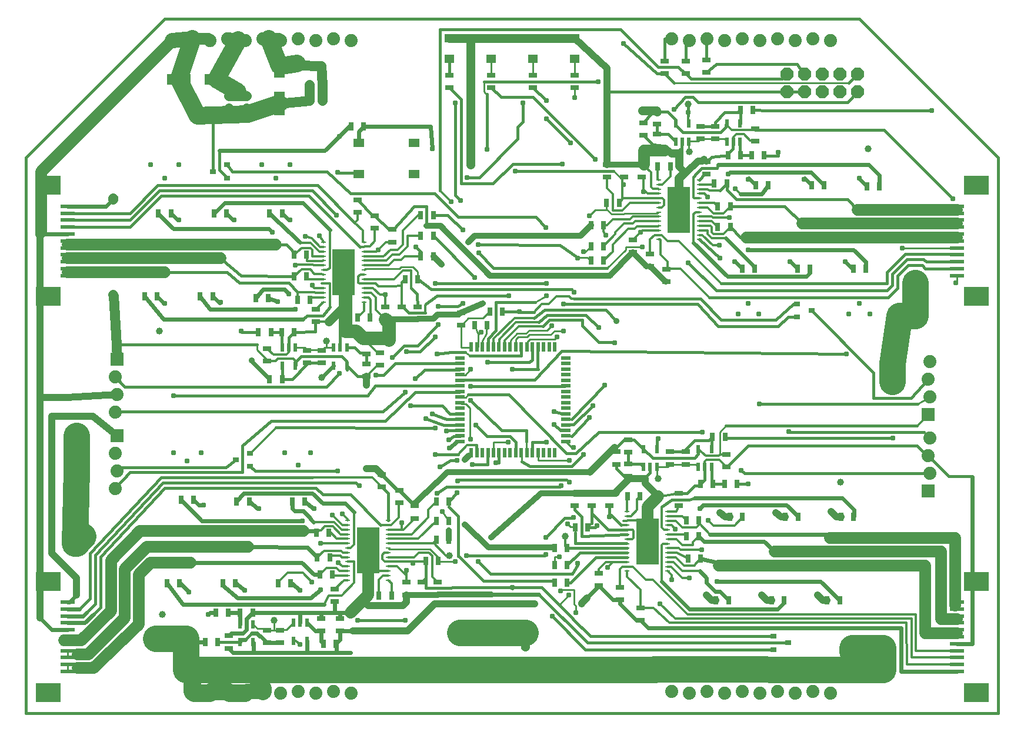
<source format=gtl>
G75*
G70*
%OFA0B0*%
%FSLAX24Y24*%
%IPPOS*%
%LPD*%
%AMOC8*
5,1,8,0,0,1.08239X$1,22.5*
%
%ADD10C,0.0160*%
%ADD11C,0.0740*%
%ADD12R,0.0472X0.0315*%
%ADD13R,0.0315X0.0098*%
%ADD14R,0.1260X0.2598*%
%ADD15R,0.0315X0.0472*%
%ADD16R,0.0580X0.0200*%
%ADD17R,0.0200X0.0580*%
%ADD18R,0.0551X0.0472*%
%ADD19R,0.0630X0.1378*%
%ADD20OC8,0.0740*%
%ADD21R,0.0217X0.0472*%
%ADD22R,0.0740X0.0740*%
%ADD23R,0.0787X0.0240*%
%ADD24R,0.0787X0.0236*%
%ADD25R,0.1417X0.1055*%
%ADD26C,0.0397*%
%ADD27R,0.0354X0.0315*%
%ADD28R,0.0610X0.0512*%
%ADD29R,0.1378X0.0630*%
%ADD30C,0.0120*%
%ADD31C,0.0320*%
%ADD32C,0.0500*%
%ADD33C,0.0400*%
%ADD34C,0.0240*%
%ADD35C,0.0660*%
%ADD36C,0.0560*%
%ADD37C,0.0310*%
%ADD38C,0.0760*%
%ADD39C,0.0100*%
%ADD40C,0.0360*%
%ADD41C,0.0860*%
%ADD42C,0.1000*%
%ADD43C,0.0240*%
%ADD44C,0.1500*%
D10*
X038833Y000369D02*
X093951Y000369D01*
X093951Y031865D01*
X086077Y039739D01*
X046707Y039739D01*
X038833Y031865D01*
X038833Y000369D01*
X041196Y002731D02*
X041589Y002731D01*
X041786Y002928D01*
X041589Y003519D02*
X041196Y003519D01*
X041589Y003519D02*
X041786Y003715D01*
X041589Y004306D02*
X041196Y004306D01*
X041589Y004306D02*
X041786Y004503D01*
X042672Y005979D02*
X043066Y006373D01*
X043066Y009227D01*
X046707Y013144D01*
X055270Y013144D01*
X055664Y012751D01*
X057239Y012751D01*
X058951Y011038D01*
X059373Y011293D02*
X059373Y012821D01*
X059010Y013184D01*
X057731Y013263D02*
X057554Y013440D01*
X046609Y013440D01*
X042770Y009326D01*
X042770Y006570D01*
X042278Y006078D01*
X041885Y006274D02*
X042475Y006865D01*
X042475Y009424D01*
X046510Y013735D01*
X055073Y013735D01*
X056510Y014089D02*
X051825Y014089D01*
X051550Y014365D01*
X051117Y014030D02*
X044739Y014030D01*
X043912Y013125D01*
X044010Y014129D02*
X044070Y014306D01*
X050172Y014306D01*
X050723Y014739D01*
X051117Y014030D02*
X051117Y015526D01*
X052751Y016924D01*
X059188Y016924D01*
X060920Y018578D01*
X063420Y018578D01*
X063341Y018932D02*
X058636Y018932D01*
X058203Y018381D01*
X047199Y018381D01*
X044424Y018853D02*
X043912Y019444D01*
X044424Y018853D02*
X055881Y018853D01*
X056589Y019641D01*
X057022Y019837D02*
X057022Y020083D01*
X056993Y020113D01*
X056993Y020349D01*
X056747Y020595D01*
X056009Y020595D01*
X054434Y020595D01*
X054138Y020300D01*
X054138Y020103D01*
X054119Y020083D01*
X054778Y020152D02*
X053942Y019316D01*
X053361Y019316D01*
X053371Y019326D01*
X053371Y020083D01*
X054778Y020152D02*
X054778Y020241D01*
X055615Y020241D01*
X056009Y020595D02*
X056009Y020595D01*
X056648Y021107D02*
X056648Y022072D01*
X057829Y022072D01*
X058125Y021776D01*
X058125Y021442D01*
X057780Y020792D02*
X057465Y021107D01*
X057022Y021107D01*
X057780Y020792D02*
X058066Y020792D01*
X058125Y020733D01*
X058125Y020162D01*
X059089Y019522D02*
X059759Y020192D01*
X063459Y020192D01*
X063420Y019837D02*
X061451Y019837D01*
X060920Y019345D01*
X060329Y018558D02*
X059070Y017456D01*
X043912Y017456D01*
X042081Y016019D02*
X041688Y016019D01*
X041294Y016019D01*
X041294Y015034D02*
X041688Y015034D01*
X042081Y015034D01*
X041589Y011196D02*
X041392Y011196D01*
X041392Y010605D01*
X041196Y010605D01*
X041196Y010802D01*
X041196Y010605D02*
X041196Y010507D01*
X042081Y010408D02*
X042377Y010408D01*
X046215Y005093D02*
X046215Y004601D01*
X046215Y004207D01*
X047199Y004109D02*
X047199Y004601D01*
X047199Y005093D01*
X048085Y005093D02*
X048085Y004601D01*
X048282Y004404D02*
X048085Y004207D01*
X048085Y004109D01*
X049719Y004404D02*
X050940Y004404D01*
X051255Y004522D02*
X051629Y004896D01*
X057652Y005625D02*
X060329Y005625D01*
X062160Y007081D02*
X062180Y007081D01*
X062209Y007111D01*
X061520Y007456D02*
X062948Y007456D01*
X062997Y007505D01*
X066392Y007505D01*
X068066Y007505D01*
X069055Y006516D01*
X069837Y005733D01*
X069837Y005713D01*
X070822Y004729D01*
X081205Y004729D01*
X082032Y004355D02*
X070674Y004355D01*
X067918Y007111D01*
X068676Y007869D02*
X064778Y007869D01*
X063381Y009267D01*
X063341Y009267D02*
X063341Y011530D01*
X062810Y012062D01*
X062829Y012396D02*
X063262Y012869D01*
X062672Y013204D02*
X069089Y013204D01*
X069483Y013617D02*
X063420Y013617D01*
X062908Y014700D02*
X062318Y014345D01*
X062908Y014700D02*
X063262Y014700D01*
X063322Y015034D02*
X062042Y015034D01*
X062790Y015881D02*
X063066Y016078D01*
X063440Y016078D01*
X063440Y016393D02*
X062888Y016393D01*
X062672Y016373D01*
X062495Y016707D02*
X061491Y017081D01*
X061865Y017318D02*
X062672Y017022D01*
X063381Y017022D01*
X063381Y016707D02*
X062495Y016707D01*
X062022Y016530D02*
X053007Y016570D01*
X057022Y020083D02*
X057652Y019454D01*
X058125Y019454D01*
X058676Y019522D02*
X059089Y019522D01*
X059601Y020526D02*
X060270Y021196D01*
X061038Y021196D01*
X062199Y022396D01*
X062022Y021707D02*
X061176Y020861D01*
X060408Y020861D01*
X062140Y020723D02*
X062948Y020822D01*
X063735Y020822D01*
X064010Y020625D02*
X066904Y020625D01*
X066904Y020861D01*
X067542Y021135D02*
X067542Y020416D01*
X067377Y020251D01*
X065014Y020251D01*
X066392Y019857D02*
X067869Y019857D01*
X067849Y019877D01*
X067849Y021117D01*
X069188Y020900D02*
X085349Y020743D01*
X086865Y019660D02*
X086865Y018243D01*
X088991Y018243D01*
X089955Y019286D01*
X086865Y019660D02*
X083361Y023204D01*
X082534Y023578D02*
X082514Y023558D01*
X082337Y023558D01*
X081333Y022652D01*
X079995Y022652D01*
X078223Y022652D01*
X077081Y023873D01*
X069896Y023873D01*
X069975Y023578D02*
X069306Y023578D01*
X069975Y023578D02*
X070034Y023558D01*
X076904Y023558D01*
X077337Y023085D01*
X078066Y022298D01*
X081471Y022298D01*
X082042Y022830D01*
X082534Y022830D01*
X078253Y024729D02*
X087652Y024729D01*
X087652Y025369D01*
X088686Y026402D01*
X091540Y026402D01*
X091589Y026353D01*
X091589Y025959D02*
X089867Y025959D01*
X089719Y026107D01*
X088784Y026107D01*
X087948Y025270D01*
X087948Y024631D01*
X087652Y024335D01*
X077957Y024335D01*
X076383Y025910D01*
X076333Y025959D01*
X077003Y027219D02*
X078164Y026156D01*
X079335Y027337D02*
X078755Y027918D01*
X078755Y029109D02*
X081845Y029109D01*
X082829Y028125D01*
X085388Y029503D02*
X085979Y028912D01*
X085388Y029503D02*
X079089Y029503D01*
X078558Y030034D01*
X078558Y030389D01*
X078164Y029995D01*
X077311Y030920D02*
X076991Y030600D01*
X076678Y030782D02*
X076825Y030979D01*
X077121Y031274D01*
X078007Y031274D01*
X078056Y031471D01*
X077701Y031914D02*
X077416Y031629D01*
X077701Y031914D02*
X078636Y032013D01*
X078636Y032101D01*
X078892Y032357D01*
X078892Y032731D01*
X078942Y032780D01*
X079316Y032780D02*
X079316Y031944D01*
X079345Y032013D01*
X079965Y032013D01*
X080674Y032013D02*
X080723Y031963D01*
X081353Y031963D01*
X081471Y031983D01*
X081471Y032180D01*
X080172Y033420D02*
X087475Y033420D01*
X091373Y029522D01*
X089621Y025763D02*
X089818Y025566D01*
X091589Y025566D01*
X091540Y025615D01*
X089621Y025763D02*
X088833Y025763D01*
X088243Y025172D01*
X088243Y024483D01*
X087701Y023942D01*
X077564Y023942D01*
X072298Y022613D02*
X071688Y023223D01*
X068223Y023223D01*
X067652Y022770D01*
X067633Y023105D02*
X066845Y023105D01*
X066806Y023125D02*
X065959Y023125D01*
X065467Y023676D02*
X065467Y022081D01*
X065034Y021609D01*
X065034Y021137D01*
X068125Y022298D02*
X068499Y022672D01*
X070369Y022672D01*
X070369Y022337D01*
X071314Y021393D01*
X072160Y021393D01*
X072199Y021353D01*
X071294Y022219D02*
X070566Y022948D01*
X068361Y022948D01*
X067908Y022534D01*
X067692Y023676D02*
X065467Y023676D01*
X066196Y024030D02*
X062121Y024030D01*
X061491Y023558D01*
X061028Y023410D02*
X061018Y024148D01*
X060684Y024483D01*
X061077Y024956D02*
X061806Y024385D01*
X069759Y024385D01*
X068184Y024719D02*
X062022Y024719D01*
X062219Y023420D02*
X063302Y023420D01*
X063597Y023597D01*
X061471Y023056D02*
X060536Y023056D01*
X060133Y023459D01*
X056648Y023007D02*
X056648Y022072D01*
X056009Y022564D02*
X055959Y022515D01*
X055664Y022908D02*
X054778Y022908D01*
X054532Y022711D01*
X055221Y022515D02*
X055221Y022013D01*
X054050Y021973D01*
X053745Y021668D01*
X053745Y021107D01*
X053371Y021107D02*
X053341Y021137D01*
X053341Y021973D01*
X052721Y021973D01*
X052012Y021973D02*
X051087Y021973D01*
X051038Y022022D01*
X051944Y021255D02*
X044266Y021255D01*
X050251Y025369D02*
X050940Y024778D01*
X053745Y024778D01*
X054237Y024227D01*
X054030Y025133D02*
X051038Y025172D01*
X049955Y026058D01*
X049857Y026156D01*
X048282Y026156D02*
X043755Y025959D01*
X041196Y025959D01*
X041196Y025172D02*
X043755Y025172D01*
X045133Y025369D01*
X046707Y025369D02*
X050251Y025369D01*
X053597Y026944D02*
X053892Y026648D01*
X054030Y026353D01*
X053597Y026944D02*
X053007Y026944D01*
X051432Y026944D02*
X043755Y026747D01*
X041196Y026747D01*
X041196Y027928D02*
X044739Y027928D01*
X046510Y029700D01*
X054877Y029700D01*
X057775Y026801D01*
X059404Y027790D02*
X058617Y028578D01*
X058518Y028578D02*
X057633Y029463D01*
X057239Y029837D02*
X062003Y029837D01*
X063341Y028499D01*
X067731Y028499D01*
X068302Y027889D01*
X069089Y026904D02*
X064463Y026924D01*
X064503Y026452D02*
X065329Y025585D01*
X071786Y025585D01*
X070093Y026196D02*
X069089Y026904D01*
X064286Y025074D02*
X061924Y027436D01*
X061550Y028007D02*
X061550Y029109D01*
X060841Y029109D01*
X059660Y027810D01*
X057485Y028174D02*
X055369Y030290D01*
X046314Y030290D01*
X044739Y028715D01*
X041196Y028715D01*
X041196Y028322D02*
X044739Y028322D01*
X046412Y029995D01*
X055073Y029995D01*
X056451Y028617D01*
X057239Y029837D02*
X055920Y031078D01*
X050546Y031078D01*
X050251Y031452D01*
X049818Y031156D02*
X049818Y032278D01*
X049818Y031156D02*
X050152Y030822D01*
X049424Y031078D02*
X049424Y033774D01*
X056491Y030999D02*
X057633Y030999D01*
X062318Y029995D02*
X062318Y039148D01*
X072534Y039148D01*
X074680Y037003D01*
X075802Y037003D01*
X076196Y036648D01*
X076235Y036629D02*
X076530Y036333D01*
X081688Y036333D01*
X081944Y036589D01*
X082534Y037180D02*
X082948Y036609D01*
X082534Y037180D02*
X077967Y037180D01*
X077416Y036707D01*
X077416Y037416D02*
X077416Y038597D01*
X076448Y038508D02*
X076432Y038499D01*
X076235Y038499D01*
X076235Y037337D01*
X075054Y037337D02*
X075054Y038597D01*
X075448Y038597D01*
X074601Y036648D02*
X072711Y038341D01*
X074601Y036648D02*
X075014Y036648D01*
X075054Y036629D02*
X075585Y036097D01*
X076196Y035290D02*
X075585Y034601D01*
X075192Y034483D02*
X075644Y034030D01*
X075644Y033824D01*
X075664Y033804D01*
X075664Y033715D01*
X076087Y033292D01*
X078203Y033292D01*
X078499Y033587D01*
X078499Y033735D01*
X078568Y033804D01*
X078449Y034424D02*
X077908Y033883D01*
X077908Y033646D01*
X077072Y033646D01*
X076383Y034227D02*
X076383Y034916D01*
X076196Y035290D02*
X076648Y035290D01*
X076924Y035015D01*
X085388Y035015D01*
X085959Y035585D01*
X085467Y036097D02*
X085959Y036589D01*
X082948Y035605D02*
X081963Y035605D01*
X081924Y035605D02*
X071757Y035605D01*
X071274Y036176D02*
X064798Y036176D01*
X065211Y035841D02*
X065762Y035290D01*
X067573Y035290D01*
X071097Y031767D01*
X072140Y031117D02*
X066570Y031117D01*
X066432Y031491D02*
X069247Y031491D01*
X069699Y032692D02*
X068322Y034070D01*
X067003Y033893D02*
X066707Y033597D01*
X066707Y032928D01*
X064522Y030743D01*
X063853Y030743D01*
X063518Y030408D02*
X065310Y030408D01*
X066432Y031491D01*
X064955Y032318D02*
X064955Y035467D01*
X063518Y035172D02*
X063518Y030408D01*
X063184Y029719D02*
X063184Y034956D01*
X063518Y035172D02*
X062849Y035841D01*
X062849Y036550D02*
X062849Y037456D01*
X067573Y035841D02*
X068322Y035093D01*
X067003Y034956D02*
X067003Y033893D01*
X073823Y033883D02*
X074316Y034375D01*
X074503Y034375D01*
X074611Y034483D01*
X075192Y034483D01*
X074611Y033774D02*
X074611Y033204D01*
X075241Y033204D01*
X075664Y032780D01*
X075989Y032731D02*
X075989Y032406D01*
X075989Y031225D01*
X076087Y031127D01*
X076186Y031028D01*
X077311Y030920D02*
X077416Y030920D01*
X075989Y032406D02*
X075841Y032259D01*
X075349Y032259D01*
X075113Y032495D01*
X074611Y032495D01*
X074503Y032603D01*
X074365Y032603D01*
X073833Y033135D01*
X073823Y033135D01*
X073823Y033843D02*
X073823Y033883D01*
X075989Y032731D02*
X076038Y032780D01*
X079316Y033804D02*
X079325Y033814D01*
X079325Y034572D01*
X079178Y034424D01*
X078449Y034424D01*
X080034Y034572D02*
X080930Y034542D01*
X090172Y034542D01*
X063459Y029444D02*
X063184Y029719D01*
X062731Y028617D02*
X061924Y028617D01*
X062731Y028617D02*
X063617Y027770D01*
X061225Y026501D02*
X060930Y026796D01*
X061225Y026501D02*
X061225Y026265D01*
X061215Y026255D01*
X056058Y023400D02*
X055664Y022908D01*
X055270Y022554D02*
X055260Y022554D01*
X055221Y022515D01*
X056501Y023056D02*
X056648Y023007D01*
X051629Y020369D02*
X051629Y020339D01*
X060625Y017810D02*
X062436Y017810D01*
X062869Y017337D01*
X063420Y017337D01*
X064050Y018105D02*
X065802Y016393D01*
X067219Y016393D01*
X067219Y015763D01*
X067554Y015723D02*
X067554Y015408D01*
X067554Y015723D02*
X068322Y015723D01*
X069129Y016412D02*
X068774Y016727D01*
X069444Y016727D02*
X069877Y016727D01*
X070959Y017810D01*
X070762Y017141D02*
X069778Y016078D01*
X069759Y017042D02*
X071629Y018952D01*
X069385Y018893D02*
X064050Y018893D01*
X063912Y018440D02*
X066196Y018440D01*
X069463Y015093D01*
X070014Y015093D01*
X071314Y016314D01*
X077180Y016314D01*
X077554Y015822D02*
X077751Y016019D01*
X077692Y015959D01*
X077692Y015349D01*
X077554Y015822D02*
X076727Y015822D01*
X076235Y015330D01*
X076235Y015192D01*
X075349Y015192D01*
X074591Y015349D02*
X074591Y015851D01*
X074660Y015920D01*
X073843Y015349D02*
X073312Y015881D01*
X072987Y015881D01*
X072751Y015881D01*
X072298Y015428D01*
X072298Y015192D01*
X072987Y015172D02*
X072987Y014503D01*
X073666Y014503D01*
X073843Y014326D01*
X074217Y014326D02*
X074217Y014001D01*
X074010Y013794D01*
X072987Y013794D01*
X072751Y013794D01*
X072298Y014247D01*
X072298Y014483D01*
X072987Y013794D02*
X072987Y013558D01*
X072298Y012869D01*
X071904Y012121D02*
X071904Y011688D01*
X072003Y011589D02*
X072571Y011021D01*
X072920Y010761D02*
X071847Y010761D01*
X070920Y011688D01*
X070920Y011137D01*
X071117Y010900D02*
X071215Y010999D01*
X071117Y010900D02*
X070684Y010900D01*
X070329Y010389D02*
X070329Y011491D01*
X069936Y011885D01*
X069936Y012121D01*
X070920Y012121D02*
X070920Y011688D01*
X069818Y011432D02*
X069385Y011432D01*
X068302Y010349D01*
X069503Y009719D02*
X072918Y009719D01*
X072920Y009461D02*
X070229Y009461D01*
X069503Y008774D01*
X069798Y008282D02*
X070113Y008755D01*
X069798Y008282D02*
X065172Y008282D01*
X064483Y008971D01*
X063814Y009306D02*
X068243Y009306D01*
X069975Y010015D02*
X069975Y010585D01*
X070329Y010389D02*
X072914Y010507D01*
X072869Y009995D02*
X070526Y009995D01*
X070507Y010015D01*
X069975Y010015D01*
X071150Y009201D02*
X069699Y007751D01*
X069503Y007751D01*
X071150Y009201D02*
X072920Y009201D01*
X074857Y012081D02*
X075448Y012475D01*
X076432Y012475D01*
X076727Y012574D01*
X076294Y012830D02*
X076727Y013263D01*
X076963Y013263D01*
X077062Y013361D01*
X077318Y013617D01*
X077318Y014326D01*
X077692Y014326D02*
X077692Y013440D01*
X077770Y013361D01*
X078440Y013361D01*
X079148Y013361D02*
X079778Y013361D01*
X079562Y013971D02*
X090054Y013971D01*
X089975Y014956D02*
X091136Y013794D01*
X092357Y013794D01*
X089964Y014967D02*
X089916Y014975D01*
X089345Y015546D01*
X079778Y015546D01*
X078597Y014365D01*
X079385Y014148D02*
X079562Y013971D01*
X076944Y015054D02*
X076727Y014837D01*
X074355Y014837D01*
X073843Y015349D01*
X070428Y015034D02*
X069759Y014365D01*
X067416Y014365D01*
X066924Y014621D01*
X066589Y015152D02*
X066589Y015743D01*
X066255Y016078D01*
X064975Y016078D01*
X064345Y016707D01*
X064385Y015566D02*
X064385Y015152D01*
X064082Y015135D02*
X064082Y015105D01*
X063951Y014975D01*
X064148Y014483D02*
X065014Y014483D01*
X065014Y015127D01*
X065022Y015135D01*
X065644Y015133D02*
X065644Y014562D01*
X065487Y014562D01*
X062672Y013204D02*
X062140Y012830D01*
X056097Y009286D02*
X056058Y009247D01*
X056058Y009188D01*
X061510Y009011D02*
X061510Y007465D01*
X061520Y007456D01*
X068656Y005861D02*
X070546Y003971D01*
X081215Y003971D01*
X076294Y012830D02*
X075841Y012830D01*
X076944Y015054D02*
X076944Y015349D01*
X078459Y016019D02*
X078509Y015969D01*
X087967Y015969D01*
X089325Y016668D02*
X078518Y016668D01*
X080408Y017889D02*
X089385Y017889D01*
X089739Y016294D02*
X082101Y016294D01*
X069168Y017357D02*
X068774Y017475D01*
X067672Y019267D02*
X063518Y019267D01*
X067672Y019267D02*
X069188Y020900D01*
D11*
X089964Y019298D03*
X090064Y020298D03*
X090064Y018298D03*
X090064Y015967D03*
X089964Y014967D03*
X090064Y013967D03*
X084448Y001500D03*
X083448Y001600D03*
X082448Y001500D03*
X081448Y001600D03*
X080448Y001500D03*
X079448Y001600D03*
X078448Y001500D03*
X077448Y001600D03*
X076448Y001500D03*
X075448Y001600D03*
X057282Y001500D03*
X056282Y001600D03*
X055282Y001500D03*
X054282Y001600D03*
X053282Y001500D03*
X052282Y001600D03*
X051282Y001500D03*
X050282Y001600D03*
X049282Y001500D03*
X048282Y001600D03*
X043901Y013117D03*
X044001Y014117D03*
X043901Y015117D03*
X043901Y017448D03*
X044001Y018448D03*
X043901Y019448D03*
X048282Y038608D03*
X049282Y038508D03*
X050282Y038608D03*
X051282Y038508D03*
X052282Y038608D03*
X053282Y038508D03*
X054282Y038608D03*
X055282Y038508D03*
X056282Y038608D03*
X057282Y038508D03*
X075448Y038608D03*
X076448Y038508D03*
X077448Y038608D03*
X078448Y038508D03*
X079448Y038608D03*
X080448Y038508D03*
X081448Y038608D03*
X082448Y038508D03*
X083448Y038608D03*
X084448Y038508D03*
D12*
X077416Y037416D03*
X076235Y037337D03*
X075054Y037337D03*
X075054Y036629D03*
X076235Y036629D03*
X077416Y036707D03*
X074611Y034483D03*
X074611Y033774D03*
X073823Y033843D03*
X073823Y033135D03*
X074611Y033204D03*
X074611Y032495D03*
X073725Y031481D03*
X072741Y031481D03*
X071757Y031481D03*
X071757Y030772D03*
X072741Y030772D03*
X073725Y030772D03*
X077416Y030920D03*
X077416Y031629D03*
X080172Y032790D03*
X080172Y033499D03*
X077908Y033646D03*
X077072Y033646D03*
X077072Y032938D03*
X077908Y032938D03*
X069936Y035841D03*
X069936Y036550D03*
X067573Y036550D03*
X067573Y035841D03*
X065211Y035841D03*
X065211Y036550D03*
X062849Y036550D03*
X062849Y035841D03*
X051333Y035369D03*
X050349Y035369D03*
X050349Y034660D03*
X051333Y034660D03*
X057633Y029463D03*
X057633Y028755D03*
X058617Y028578D03*
X058617Y027869D03*
X059601Y027790D03*
X059601Y027081D03*
X059207Y023410D03*
X060142Y023410D03*
X061028Y023410D03*
X061028Y022702D03*
X060142Y022702D03*
X059207Y022702D03*
X058125Y021442D03*
X058125Y020733D03*
X058125Y020162D03*
X058912Y020093D03*
X058912Y020802D03*
X058125Y019454D03*
X055615Y020241D03*
X054778Y020241D03*
X054778Y020950D03*
X055615Y020950D03*
X052514Y021048D03*
X052514Y020339D03*
X055270Y022554D03*
X055270Y023263D03*
X063489Y023066D03*
X063489Y022357D03*
X073233Y026491D03*
X073233Y027200D03*
X074217Y026412D03*
X074217Y025704D03*
X075152Y025526D03*
X075152Y024818D03*
X072987Y015881D03*
X072987Y015172D03*
X072987Y014503D03*
X072298Y014483D03*
X072298Y015192D03*
X072987Y013794D03*
X071904Y012830D03*
X070920Y012830D03*
X069936Y012830D03*
X069936Y012121D03*
X070920Y012121D03*
X071904Y012121D03*
X075841Y012121D03*
X075841Y012830D03*
X078548Y014335D03*
X078548Y015044D03*
X076235Y015192D03*
X076235Y014483D03*
X075349Y014483D03*
X075349Y015192D03*
X060881Y012121D03*
X059995Y012298D03*
X059995Y013007D03*
X059010Y013184D03*
X059010Y013893D03*
X060881Y011412D03*
X061274Y007790D03*
X060388Y007790D03*
X060388Y007081D03*
X061274Y007081D03*
X062160Y007081D03*
X062160Y007790D03*
X056353Y007396D03*
X056353Y006688D03*
X056648Y005743D03*
X055566Y005743D03*
X055566Y005034D03*
X056648Y005034D03*
X053243Y005074D03*
X052495Y005074D03*
X052495Y004365D03*
X053243Y004365D03*
X050349Y004050D03*
X050349Y004759D03*
X067131Y004119D03*
X067131Y003410D03*
X073676Y005625D03*
X073676Y006333D03*
X072495Y006806D03*
X072495Y007515D03*
X071314Y007593D03*
X071314Y008302D03*
D13*
X072920Y008421D03*
X072920Y008681D03*
X072920Y008941D03*
X072920Y009201D03*
X072920Y009461D03*
X072920Y009721D03*
X072920Y009981D03*
X072917Y010241D03*
X072920Y010501D03*
X072920Y010761D03*
X072920Y011021D03*
X072920Y011281D03*
X072920Y011541D03*
X072920Y011801D03*
X075220Y011801D03*
X075220Y011541D03*
X075220Y011281D03*
X075220Y011021D03*
X075220Y010761D03*
X075220Y010501D03*
X075222Y010241D03*
X075220Y009981D03*
X075220Y009721D03*
X075220Y009461D03*
X075220Y009201D03*
X075220Y008941D03*
X075220Y008681D03*
X075220Y008421D03*
X059373Y008433D03*
X059373Y008173D03*
X059373Y007913D03*
X059373Y008693D03*
X059373Y008953D03*
X059373Y009213D03*
X059375Y009473D03*
X059373Y009733D03*
X059373Y009993D03*
X059373Y010253D03*
X059373Y010513D03*
X059373Y010773D03*
X059373Y011033D03*
X059373Y011293D03*
X057073Y011293D03*
X057073Y011033D03*
X057073Y010773D03*
X057073Y010513D03*
X057073Y010253D03*
X057073Y009993D03*
X057073Y009733D03*
X057071Y009473D03*
X057073Y009213D03*
X057073Y008953D03*
X057073Y008693D03*
X057073Y008433D03*
X057073Y008173D03*
X057073Y007913D03*
X057995Y023681D03*
X057995Y023941D03*
X057995Y024201D03*
X057995Y024461D03*
X057995Y024721D03*
X057995Y024981D03*
X057998Y025241D03*
X057995Y025501D03*
X057995Y025761D03*
X057995Y026021D03*
X057995Y026281D03*
X057995Y026541D03*
X057995Y026801D03*
X057995Y027061D03*
X055695Y027061D03*
X055695Y026801D03*
X055695Y026541D03*
X055695Y026281D03*
X055695Y026021D03*
X055695Y025761D03*
X055695Y025501D03*
X055693Y025241D03*
X055695Y024981D03*
X055695Y024721D03*
X055695Y024461D03*
X055695Y024201D03*
X055695Y023941D03*
X055695Y023681D03*
X074691Y027220D03*
X074691Y027480D03*
X074691Y027740D03*
X074691Y028000D03*
X074691Y028260D03*
X074691Y028520D03*
X074691Y028780D03*
X074689Y029040D03*
X074691Y029300D03*
X074691Y029560D03*
X074691Y029820D03*
X074691Y030080D03*
X074691Y030340D03*
X074691Y030600D03*
X076991Y030600D03*
X076991Y030340D03*
X076991Y030080D03*
X076991Y029820D03*
X076991Y029560D03*
X076991Y029300D03*
X076994Y029040D03*
X076991Y028780D03*
X076991Y028520D03*
X076991Y028260D03*
X076991Y028000D03*
X076991Y027740D03*
X076991Y027480D03*
X076991Y027220D03*
D14*
X075841Y028910D03*
X056845Y025371D03*
X074070Y010111D03*
X058223Y009603D03*
D15*
X056058Y009188D03*
X055349Y009188D03*
X055507Y008223D03*
X056215Y008223D03*
X053853Y007731D03*
X053144Y007731D03*
X050703Y007731D03*
X049995Y007731D03*
X047554Y007731D03*
X046845Y007731D03*
X049601Y006078D03*
X050310Y006078D03*
X050979Y006078D03*
X051688Y006078D03*
X049719Y004404D03*
X049010Y004404D03*
X055703Y004306D03*
X056412Y004306D03*
X058853Y007042D03*
X059562Y007042D03*
X061510Y009011D03*
X062219Y009011D03*
X062101Y010192D03*
X062810Y010192D03*
X062810Y011274D03*
X062101Y011274D03*
X062101Y012357D03*
X062810Y012357D03*
X068794Y009719D03*
X069503Y009719D03*
X069503Y008774D03*
X068794Y008774D03*
X068794Y007751D03*
X069503Y007751D03*
X076373Y009129D03*
X077081Y009129D03*
X076983Y010408D03*
X076274Y010408D03*
X076274Y011294D03*
X076983Y011294D03*
X078735Y011491D03*
X079444Y011491D03*
X081885Y011491D03*
X082593Y011491D03*
X085034Y011491D03*
X085743Y011491D03*
X079148Y013361D03*
X078440Y013361D03*
X077770Y013361D03*
X077062Y013361D03*
X073636Y012672D03*
X072928Y012672D03*
X070684Y010900D03*
X069975Y010900D03*
X077948Y006767D03*
X078656Y006767D03*
X081097Y006767D03*
X081806Y006767D03*
X084247Y006767D03*
X084955Y006767D03*
X078459Y016019D03*
X077751Y016019D03*
X064975Y022367D03*
X064266Y022367D03*
X065129Y023139D03*
X065837Y023139D03*
X061038Y024975D03*
X060329Y024975D03*
X061215Y026255D03*
X061924Y026255D03*
X061924Y027436D03*
X061215Y027436D03*
X061215Y028617D03*
X061924Y028617D03*
X054739Y026353D03*
X054030Y026353D03*
X054030Y025133D03*
X054739Y025133D03*
X054936Y023814D03*
X054227Y023814D03*
X052573Y023893D03*
X051865Y023893D03*
X049424Y023991D03*
X048715Y023991D03*
X046274Y023991D03*
X045566Y023991D03*
X052012Y021973D03*
X052721Y021973D03*
X053341Y021973D03*
X054050Y021973D03*
X057623Y022810D03*
X058331Y022810D03*
X053361Y019316D03*
X052652Y019316D03*
X048341Y012456D03*
X047633Y012456D03*
X050782Y012357D03*
X051491Y012357D03*
X053932Y012357D03*
X054640Y012357D03*
X055310Y010585D03*
X056018Y010585D03*
X079424Y025566D03*
X080133Y025566D03*
X082573Y025566D03*
X083282Y025566D03*
X085723Y025566D03*
X086432Y025566D03*
X078755Y027928D03*
X078046Y027928D03*
X078046Y029109D03*
X078755Y029109D03*
X078558Y030389D03*
X077849Y030389D03*
X080211Y030290D03*
X080920Y030290D03*
X083361Y030290D03*
X084070Y030290D03*
X086510Y030241D03*
X087219Y030241D03*
X080674Y032013D03*
X079965Y032013D03*
X079345Y032013D03*
X078636Y032013D03*
X075359Y031373D03*
X074650Y031373D03*
X072455Y029306D03*
X071747Y029306D03*
X071570Y028026D03*
X070861Y028026D03*
X070861Y026845D03*
X071570Y026845D03*
X071570Y026038D03*
X070861Y026038D03*
X053361Y028715D03*
X052652Y028715D03*
X050211Y028715D03*
X049503Y028715D03*
X047062Y028715D03*
X046353Y028715D03*
X057278Y033637D03*
X057987Y033637D03*
X055625Y035113D03*
X054916Y035113D03*
X054916Y035999D03*
X055625Y035999D03*
X079325Y034572D03*
X080034Y034572D03*
D16*
X069442Y020495D03*
X069442Y020185D03*
X069442Y019865D03*
X069442Y019555D03*
X069442Y019235D03*
X069442Y018925D03*
X069442Y018605D03*
X069442Y018295D03*
X069442Y017975D03*
X069442Y017665D03*
X069442Y017345D03*
X069442Y017035D03*
X069442Y016715D03*
X069442Y016405D03*
X069442Y016085D03*
X069442Y015775D03*
X063442Y015775D03*
X063442Y016085D03*
X063442Y016405D03*
X063442Y016715D03*
X063442Y017035D03*
X063442Y017345D03*
X063442Y017665D03*
X063442Y017975D03*
X063442Y018295D03*
X063442Y018605D03*
X063442Y018925D03*
X063442Y019235D03*
X063442Y019555D03*
X063442Y019865D03*
X063442Y020185D03*
X063442Y020495D03*
D17*
X064082Y021135D03*
X064392Y021135D03*
X064712Y021135D03*
X065022Y021135D03*
X065342Y021135D03*
X065652Y021135D03*
X065972Y021135D03*
X066282Y021135D03*
X066602Y021135D03*
X066912Y021135D03*
X067232Y021135D03*
X067542Y021135D03*
X067862Y021135D03*
X068172Y021135D03*
X068492Y021135D03*
X068802Y021135D03*
X068802Y015135D03*
X068492Y015135D03*
X068172Y015135D03*
X067862Y015135D03*
X067542Y015135D03*
X067232Y015135D03*
X066912Y015135D03*
X066602Y015135D03*
X066282Y015135D03*
X065972Y015135D03*
X065652Y015135D03*
X065342Y015135D03*
X065022Y015135D03*
X064712Y015135D03*
X064392Y015135D03*
X064082Y015135D03*
D18*
X065211Y037456D03*
X067573Y037456D03*
X067573Y038637D03*
X065211Y038637D03*
X062849Y038637D03*
X062849Y037456D03*
X069936Y037456D03*
X069936Y038637D03*
D19*
X053203Y037062D03*
X053203Y034936D03*
X065162Y004926D03*
X065162Y002800D03*
D20*
X081961Y035597D03*
X082961Y035597D03*
X083961Y035597D03*
X084961Y035597D03*
X085961Y035597D03*
X085961Y036597D03*
X084961Y036597D03*
X083961Y036597D03*
X082961Y036597D03*
X081961Y036597D03*
D21*
X079316Y033804D03*
X078568Y033804D03*
X076412Y033804D03*
X075664Y033804D03*
X075664Y032780D03*
X076038Y032780D03*
X076412Y032780D03*
X078568Y032780D03*
X078942Y032780D03*
X079316Y032780D03*
X057022Y021107D03*
X056648Y021107D03*
X056274Y021107D03*
X056274Y020083D03*
X057022Y020083D03*
X054119Y020083D03*
X053371Y020083D03*
X053371Y021107D03*
X053745Y021107D03*
X054119Y021107D03*
X073843Y015349D03*
X074591Y015349D03*
X074591Y014326D03*
X074217Y014326D03*
X073843Y014326D03*
X076944Y014326D03*
X077318Y014326D03*
X077692Y014326D03*
X077692Y015349D03*
X076944Y015349D03*
X054759Y005507D03*
X054385Y005507D03*
X054010Y005507D03*
X054010Y004483D03*
X054759Y004483D03*
X051707Y004385D03*
X050959Y004385D03*
X050959Y005408D03*
X051333Y005408D03*
X051707Y005408D03*
D22*
X044001Y016117D03*
X044001Y020448D03*
X089964Y017298D03*
X089964Y012967D03*
D23*
X091589Y006668D03*
X091589Y006274D03*
X091589Y005881D03*
X091589Y005487D03*
X091589Y005093D03*
X091589Y004306D03*
X091589Y003912D03*
X091589Y003519D03*
X091589Y003125D03*
X091589Y002731D03*
X041196Y002731D03*
X041196Y003125D03*
X041196Y003519D03*
X041196Y003912D03*
X041196Y004306D03*
X041196Y005093D03*
X041196Y005487D03*
X041196Y005881D03*
X041196Y006274D03*
X041196Y006668D03*
X041196Y025172D03*
X041196Y025566D03*
X041196Y025959D03*
X041196Y026353D03*
X041196Y026747D03*
X041196Y027534D03*
X041196Y027928D03*
X041196Y028322D03*
X041196Y028715D03*
X041196Y029109D03*
X091589Y029109D03*
X091589Y028715D03*
X091589Y028322D03*
X091589Y027928D03*
X091589Y027534D03*
X091589Y026747D03*
X091589Y026353D03*
X091589Y025959D03*
X091589Y025566D03*
X091589Y025172D03*
D24*
X091589Y027141D03*
X041196Y027141D03*
X041196Y004700D03*
X091589Y004700D03*
D25*
X092692Y007849D03*
X092692Y001550D03*
X040093Y001550D03*
X040093Y007849D03*
X040093Y023991D03*
X040093Y030290D03*
X092692Y030290D03*
X092692Y023991D03*
D26*
X084583Y028125D03*
X081483Y027337D03*
X087733Y028912D03*
X086570Y032357D03*
X076432Y032209D03*
X076383Y034916D03*
X051432Y026944D03*
X048282Y026156D03*
X045133Y025369D03*
X046412Y022022D03*
X055861Y021481D03*
X055615Y019414D03*
X074660Y013656D03*
X069394Y010408D03*
X062849Y009306D03*
X052751Y010704D03*
X049483Y009798D03*
X046392Y008893D03*
X046560Y005979D03*
X052888Y005625D03*
X079089Y008735D03*
X082239Y009522D03*
X085388Y010310D03*
X084995Y013459D03*
D27*
X081205Y004729D03*
X082032Y004355D03*
X081205Y003981D03*
X051550Y014365D03*
X050723Y014739D03*
X051550Y015113D03*
X082534Y022830D03*
X082534Y023578D03*
X083361Y023204D03*
X050251Y030704D03*
X049424Y031078D03*
X050251Y031452D03*
D28*
X057692Y030930D03*
X060822Y030930D03*
X060822Y032702D03*
X057692Y032702D03*
D29*
X049640Y036294D03*
X047514Y036294D03*
D30*
X046353Y028715D02*
X046353Y028676D01*
X052652Y028715D02*
X052711Y028656D01*
X054680Y027387D02*
X055024Y027288D01*
X055512Y026801D01*
X055695Y026801D01*
X055695Y027061D02*
X055695Y027109D01*
X055467Y027436D01*
X054975Y027042D02*
X054385Y027042D01*
X054385Y027081D01*
X054483Y026747D02*
X054975Y026747D01*
X055073Y026648D01*
X055073Y026255D01*
X055566Y026255D01*
X055695Y026281D01*
X055695Y026541D02*
X055566Y026550D01*
X055467Y026550D01*
X054975Y027042D01*
X054483Y026747D02*
X054030Y026353D01*
X054129Y025802D02*
X054089Y025763D01*
X054091Y025761D01*
X054129Y025802D02*
X055113Y025802D01*
X055154Y025761D01*
X055695Y025761D01*
X055695Y026021D02*
X055615Y026009D01*
X054778Y026009D01*
X054778Y026156D01*
X054739Y026353D01*
X054975Y025526D02*
X055172Y025270D01*
X055566Y025270D01*
X055693Y025241D01*
X055695Y025501D02*
X055895Y025501D01*
X056058Y025615D01*
X056058Y027780D01*
X057485Y028174D02*
X057928Y027731D01*
X057928Y027128D01*
X057995Y027061D01*
X058039Y026845D02*
X057995Y026801D01*
X057775Y026801D01*
X058039Y026845D02*
X058322Y026845D01*
X058617Y027141D01*
X058617Y027869D01*
X059404Y027790D02*
X059601Y027790D01*
X060192Y027731D02*
X060192Y026944D01*
X059896Y026648D01*
X059503Y026648D01*
X059109Y026255D01*
X058021Y026255D01*
X057995Y026281D01*
X057995Y026541D02*
X058004Y026550D01*
X058715Y026550D01*
X058814Y026648D01*
X059247Y027081D01*
X059601Y027081D01*
X059995Y026353D02*
X060487Y026845D01*
X060487Y027436D01*
X061215Y027436D01*
X060192Y027731D02*
X061077Y028617D01*
X061215Y028617D01*
X058617Y028578D02*
X058518Y028578D01*
X057633Y028755D02*
X057633Y028322D01*
X057485Y028174D01*
X059601Y026353D02*
X059269Y026021D01*
X057995Y026021D01*
X057997Y025763D02*
X057995Y025761D01*
X057997Y025763D02*
X059404Y025763D01*
X059699Y026058D01*
X060093Y026058D01*
X060290Y026255D01*
X061215Y026255D01*
X060684Y025467D02*
X060192Y025467D01*
X059699Y024975D01*
X058001Y024975D01*
X057995Y024981D01*
X057987Y024729D02*
X057995Y024721D01*
X058674Y024721D01*
X058814Y024581D01*
X059601Y024581D01*
X060133Y024591D01*
X060133Y023459D01*
X060142Y023410D02*
X060142Y024788D01*
X060329Y024975D01*
X060133Y024591D02*
X060142Y023410D01*
X059207Y023410D02*
X059207Y024089D01*
X058912Y024089D01*
X058518Y024483D01*
X058017Y024483D01*
X057995Y024461D01*
X057995Y024201D02*
X058407Y024201D01*
X058666Y023942D01*
X058666Y023243D01*
X059207Y022702D01*
X058371Y022967D02*
X058331Y022810D01*
X058371Y022967D02*
X058371Y023794D01*
X058273Y023941D01*
X057995Y023941D01*
X057995Y023681D02*
X057995Y023176D01*
X057623Y022810D01*
X056009Y022564D02*
X055280Y022564D01*
X055270Y022554D01*
X055270Y023263D02*
X055695Y023681D01*
X055695Y023941D02*
X055615Y023942D01*
X054975Y023942D01*
X054936Y023814D01*
X055172Y024227D02*
X054237Y024227D01*
X054237Y024040D01*
X054227Y023814D01*
X055172Y024227D02*
X055270Y024188D01*
X055566Y024188D01*
X055695Y024201D01*
X055695Y024461D02*
X055575Y024483D01*
X055172Y024483D01*
X055073Y024581D01*
X055073Y024631D01*
X054827Y024975D02*
X054739Y025133D01*
X054827Y024975D02*
X055615Y024975D01*
X055695Y024981D01*
X055695Y024721D02*
X055607Y024721D01*
X055615Y024729D01*
X056058Y024729D01*
X056058Y023400D01*
X056930Y024201D02*
X056845Y024286D01*
X056845Y024483D01*
X056845Y025369D01*
X056845Y025371D01*
X057682Y025123D02*
X057682Y024778D01*
X057731Y024729D01*
X057987Y024729D01*
X057682Y025123D02*
X057800Y025241D01*
X057998Y025241D01*
X059601Y026353D02*
X059995Y026353D01*
X060684Y025467D02*
X060684Y024483D01*
X061481Y023499D02*
X061471Y023056D01*
X058764Y020802D02*
X058125Y021442D01*
X058764Y020802D02*
X058912Y020802D01*
X058912Y020093D02*
X058764Y020093D01*
X058125Y019454D01*
X054138Y020300D02*
X053991Y020467D01*
X053105Y020467D01*
X052997Y020339D01*
X052514Y020339D01*
X052869Y020694D02*
X052514Y021048D01*
X052869Y020694D02*
X053597Y020694D01*
X053745Y020841D01*
X053745Y021107D01*
X054030Y025133D02*
X054483Y025526D01*
X054975Y025526D01*
X045920Y025369D02*
X045526Y025369D01*
X045428Y025467D01*
X065349Y021589D02*
X065349Y021137D01*
X065664Y021137D02*
X065664Y021570D01*
X065723Y021648D02*
X066609Y022534D01*
X067908Y022534D01*
X068125Y022298D02*
X066786Y022298D01*
X065979Y021491D01*
X065979Y021137D01*
X065349Y021589D02*
X066530Y022770D01*
X067652Y022770D01*
X067633Y023105D02*
X068085Y023558D01*
X068479Y023558D01*
X068912Y023991D01*
X069621Y023991D01*
X069739Y023873D01*
X069896Y023873D01*
X071570Y026019D02*
X072101Y026550D01*
X072101Y026944D01*
X072987Y027830D01*
X073331Y027830D01*
X073479Y027977D01*
X074668Y027977D01*
X074691Y028000D01*
X074691Y027740D02*
X073783Y027740D01*
X073676Y027633D01*
X073773Y027740D02*
X073233Y027200D01*
X074217Y027239D02*
X074217Y026412D01*
X074808Y026353D02*
X075201Y025959D01*
X075201Y025576D01*
X075930Y025576D01*
X077564Y023942D01*
X078253Y024729D02*
X075841Y027141D01*
X075201Y027141D01*
X074862Y027480D01*
X074691Y027480D01*
X074458Y027480D01*
X074217Y027239D01*
X074691Y027220D02*
X074777Y027220D01*
X074808Y027190D01*
X074808Y026353D01*
X074217Y025704D02*
X074020Y025704D01*
X075152Y025526D02*
X075201Y025576D01*
X075152Y024818D02*
X075103Y024818D01*
X071570Y026019D02*
X071570Y026038D01*
X071570Y026845D02*
X072249Y027524D01*
X072249Y027633D01*
X072741Y028125D01*
X073233Y028125D01*
X073368Y028260D01*
X074691Y028260D01*
X074690Y028519D02*
X073233Y028519D01*
X073085Y028371D01*
X072101Y028371D01*
X071757Y028026D01*
X071570Y028026D01*
X071570Y027672D01*
X071707Y027475D01*
X073773Y027740D02*
X074691Y027740D01*
X074690Y028519D02*
X074691Y028520D01*
X074689Y029040D02*
X074886Y029040D01*
X075005Y029158D01*
X075005Y029454D01*
X074906Y029552D01*
X074699Y029552D01*
X074691Y029560D01*
X072710Y029560D01*
X072642Y029493D01*
X072455Y029306D01*
X072642Y029493D02*
X072642Y030330D01*
X072642Y030635D01*
X072741Y030733D01*
X072741Y030772D01*
X073725Y030772D02*
X073823Y030674D01*
X073823Y029946D01*
X073971Y029946D01*
X074070Y029847D01*
X074664Y029847D01*
X074691Y029820D01*
X074691Y030080D02*
X074678Y030093D01*
X074365Y030093D01*
X074266Y030192D01*
X074266Y031028D01*
X073814Y031481D01*
X073725Y031481D01*
X072741Y031481D01*
X071757Y031481D01*
X071757Y030772D02*
X071757Y030143D01*
X072101Y029798D01*
X072101Y028863D01*
X072642Y028863D01*
X073085Y029306D01*
X074685Y029306D01*
X074691Y029300D01*
X074692Y030339D02*
X074691Y030340D01*
X074692Y030339D02*
X074906Y030339D01*
X075359Y030792D01*
X075359Y031373D01*
X074650Y031373D02*
X074650Y030641D01*
X074691Y030600D01*
X075756Y030080D02*
X075841Y029995D01*
X076678Y029601D02*
X076678Y030782D01*
X076991Y030340D02*
X077801Y030340D01*
X077849Y030389D01*
X077478Y030080D02*
X077564Y029995D01*
X078164Y029995D01*
X077478Y030080D02*
X076991Y030080D01*
X076991Y029820D02*
X077295Y029820D01*
X077465Y029650D01*
X076991Y029560D02*
X076719Y029560D01*
X076678Y029601D01*
X076991Y029300D02*
X077855Y029300D01*
X078046Y029109D01*
X077810Y028715D02*
X078361Y028715D01*
X078755Y029109D01*
X078696Y028469D02*
X077760Y028469D01*
X077710Y028520D01*
X076991Y028520D01*
X076991Y028260D02*
X077714Y028260D01*
X078046Y027928D01*
X077711Y027928D02*
X077711Y027633D01*
X077810Y027534D01*
X078361Y027534D01*
X078755Y027928D01*
X078755Y027918D01*
X078499Y027288D02*
X077711Y027288D01*
X077465Y027534D01*
X077465Y027731D01*
X077456Y027740D01*
X076991Y027740D01*
X076991Y027480D02*
X077175Y027480D01*
X077760Y026894D01*
X078154Y026894D01*
X079335Y027337D02*
X079680Y027337D01*
X077711Y027928D02*
X077639Y028000D01*
X076991Y028000D01*
X076678Y028666D02*
X076678Y027042D01*
X076678Y028666D02*
X076792Y028780D01*
X076991Y028780D01*
X076994Y029040D02*
X077485Y029040D01*
X077810Y028715D01*
X079040Y030093D02*
X079335Y029798D01*
X078942Y032780D02*
X078942Y033046D01*
X079089Y033194D01*
X079532Y033194D01*
X079877Y032849D01*
X080113Y032849D01*
X080172Y032790D01*
X080113Y033420D02*
X078843Y033420D01*
X078568Y033715D01*
X078568Y033804D01*
X080113Y033420D02*
X080172Y033499D01*
X076412Y033804D02*
X076383Y033834D01*
X076383Y034227D01*
X076383Y034424D01*
X087209Y030251D02*
X087219Y030241D01*
X091589Y028322D02*
X091589Y028125D01*
X091589Y027928D01*
X086432Y025566D02*
X086422Y025576D01*
X083282Y025566D02*
X083282Y025330D01*
X080133Y025566D02*
X080024Y025674D01*
X080024Y025763D01*
X087455Y019956D02*
X087908Y019956D01*
X087948Y019916D01*
X087948Y019709D02*
X088194Y019463D01*
X088440Y019463D01*
X087948Y019168D02*
X087751Y019365D01*
X087455Y019365D01*
X077357Y014956D02*
X076944Y015349D01*
X077357Y014956D02*
X078105Y014956D01*
X078213Y015044D01*
X078548Y015044D01*
X078144Y014719D02*
X077416Y014719D01*
X077318Y014641D01*
X077318Y014326D01*
X078144Y014719D02*
X078548Y014335D01*
X075841Y012830D02*
X074699Y012633D01*
X074660Y012672D01*
X074857Y012081D02*
X074857Y010900D01*
X074996Y010761D01*
X075220Y010761D01*
X075220Y011021D02*
X075425Y011021D01*
X075644Y010802D01*
X076038Y010900D02*
X076825Y010900D01*
X077022Y011097D01*
X077613Y010507D01*
X077810Y010999D02*
X077514Y011294D01*
X077810Y010999D02*
X078991Y010999D01*
X079444Y011452D01*
X079444Y011491D01*
X077022Y011097D02*
X076983Y011137D01*
X076983Y011294D01*
X076274Y011294D02*
X076027Y011541D01*
X075220Y011541D01*
X075220Y011801D02*
X075718Y011801D01*
X075841Y012121D01*
X075658Y011281D02*
X076038Y010900D01*
X076182Y010501D02*
X075220Y010501D01*
X075222Y010241D02*
X075713Y010241D01*
X076038Y009916D01*
X076629Y009916D01*
X076629Y010054D01*
X076983Y010408D01*
X076274Y010408D02*
X076182Y010501D01*
X075841Y009719D02*
X075221Y009719D01*
X075220Y009721D01*
X075220Y009981D02*
X074922Y009981D01*
X074857Y009916D01*
X074857Y007849D01*
X074365Y007948D02*
X073971Y007948D01*
X073238Y008681D01*
X072920Y008681D01*
X072638Y008681D01*
X072495Y008538D01*
X072495Y007515D01*
X072920Y008113D02*
X073676Y007357D01*
X073676Y006333D01*
X074404Y006333D01*
X075300Y005487D01*
X088735Y005487D01*
X088784Y003125D01*
X091589Y003125D01*
X091589Y003519D02*
X089030Y003519D01*
X089030Y005733D01*
X075644Y005733D01*
X074759Y006570D01*
X074365Y007948D02*
X076333Y005979D01*
X089276Y005979D01*
X089276Y003912D01*
X091589Y003912D01*
X091589Y004700D02*
X091589Y004896D01*
X091589Y005093D01*
X091589Y005487D02*
X091589Y005684D01*
X091589Y005881D01*
X091589Y006274D02*
X091510Y006471D01*
X091589Y006668D01*
X084404Y010310D02*
X084207Y010507D01*
X085743Y011491D02*
X085782Y011530D01*
X082593Y011491D02*
X082593Y011530D01*
X077121Y009621D02*
X075940Y009621D01*
X075841Y009719D01*
X075745Y009461D02*
X076373Y009129D01*
X076136Y008735D02*
X076727Y008735D01*
X076727Y008774D01*
X077081Y009129D01*
X077022Y008440D02*
X076038Y008440D01*
X075537Y008941D01*
X075220Y008941D01*
X075220Y009201D02*
X075671Y009201D01*
X076136Y008735D01*
X076038Y008046D02*
X076432Y008046D01*
X076038Y008046D02*
X075403Y008681D01*
X075220Y008681D01*
X075220Y008421D02*
X075448Y008193D01*
X075448Y007948D01*
X072920Y008113D02*
X072920Y008421D01*
X072920Y008941D02*
X072110Y008941D01*
X071806Y008637D01*
X071716Y008941D02*
X071314Y008538D01*
X071314Y008302D01*
X071716Y008941D02*
X072920Y008941D01*
X072918Y009719D02*
X072920Y009721D01*
X072917Y010241D02*
X073213Y010241D01*
X073282Y010310D01*
X073282Y010704D01*
X073225Y010761D01*
X072920Y010761D01*
X072914Y010507D02*
X072920Y010501D01*
X072920Y011021D02*
X072571Y011021D01*
X072705Y011281D02*
X072920Y011281D01*
X072933Y011294D01*
X074070Y011294D01*
X073479Y011885D02*
X073479Y012515D01*
X073636Y012672D01*
X072928Y012672D02*
X072920Y012664D01*
X072920Y011801D01*
X072920Y011541D02*
X073135Y011541D01*
X073479Y011885D01*
X072003Y011589D02*
X071904Y011491D01*
X072003Y011589D02*
X071904Y011688D01*
X070920Y011137D02*
X070684Y010900D01*
X069394Y010408D02*
X069394Y009828D01*
X069503Y009719D01*
X075220Y009461D02*
X075745Y009461D01*
X077908Y008932D02*
X078105Y008735D01*
X081806Y006767D02*
X081806Y006629D01*
X073676Y005625D02*
X073440Y005625D01*
X062849Y009306D02*
X062652Y009306D01*
X061934Y010024D01*
X062101Y010192D01*
X061934Y010024D02*
X061903Y009993D01*
X059373Y009993D01*
X059373Y010253D02*
X061080Y010253D01*
X062101Y011274D01*
X061629Y011452D02*
X061629Y011885D01*
X062101Y012357D01*
X061629Y011452D02*
X060690Y010513D01*
X059373Y010513D01*
X059373Y010773D02*
X060123Y010773D01*
X060133Y010782D01*
X060133Y011176D01*
X059975Y011471D02*
X059975Y012278D01*
X059995Y012298D01*
X059975Y011471D02*
X059537Y011033D01*
X059373Y011033D01*
X059368Y011038D01*
X058951Y011038D01*
X059373Y010773D02*
X060242Y010773D01*
X060881Y011412D01*
X057436Y011767D02*
X057436Y009936D01*
X057233Y009733D01*
X057073Y009733D01*
X057071Y009473D02*
X056811Y009473D01*
X056703Y009581D01*
X055743Y009581D01*
X055349Y009188D01*
X056097Y009286D02*
X056668Y009286D01*
X056747Y009207D01*
X057067Y009207D01*
X057073Y009213D01*
X057073Y008953D02*
X057434Y008953D01*
X057436Y008952D01*
X057436Y007751D01*
X056727Y007042D01*
X055999Y007042D01*
X055743Y006530D01*
X056353Y007396D02*
X056870Y007913D01*
X057073Y007913D01*
X057073Y008173D02*
X056265Y008173D01*
X056215Y008223D01*
X056615Y008433D02*
X056451Y008617D01*
X055881Y008617D01*
X055507Y008223D01*
X055034Y007810D02*
X054522Y008322D01*
X053656Y008322D01*
X053144Y007810D01*
X053144Y007731D01*
X049995Y007731D02*
X049995Y007613D01*
X055546Y009995D02*
X057071Y009995D01*
X057073Y009993D01*
X057073Y010253D02*
X057056Y010270D01*
X056451Y010270D01*
X056136Y010585D01*
X056018Y010585D01*
X056235Y010979D02*
X055782Y010979D01*
X055585Y010743D01*
X055467Y010743D01*
X055310Y010585D01*
X055211Y010684D01*
X055152Y011196D02*
X056314Y011196D01*
X056736Y010773D01*
X057073Y010773D01*
X057073Y010513D02*
X056681Y010513D01*
X056235Y010979D01*
X056786Y011038D02*
X057068Y011038D01*
X057073Y011033D01*
X057073Y011293D02*
X057073Y011361D01*
X056766Y011668D01*
X056215Y011609D02*
X056786Y011038D01*
X056215Y011609D02*
X056196Y011609D01*
X054975Y011412D02*
X054975Y011373D01*
X058459Y013735D02*
X059010Y013184D01*
X058459Y013735D02*
X055073Y013735D01*
X063322Y015034D02*
X063853Y015566D01*
X064385Y015566D01*
X069936Y012830D02*
X070920Y012830D01*
X071904Y012830D01*
X071944Y012869D01*
X072298Y012869D01*
X075220Y011281D02*
X075658Y011281D01*
X062160Y007790D02*
X061865Y008085D01*
X061865Y009286D01*
X061668Y009483D01*
X061097Y009483D01*
X060827Y009213D01*
X059373Y009213D01*
X059366Y009463D02*
X059375Y009473D01*
X059366Y009463D02*
X059148Y009463D01*
X059030Y009345D01*
X059030Y009109D01*
X059186Y008953D01*
X059373Y008953D01*
X060782Y008953D01*
X061453Y008953D01*
X061510Y009011D01*
X061510Y008026D01*
X061274Y007790D01*
X060388Y007790D02*
X060388Y008164D01*
X059859Y008693D01*
X059373Y008693D01*
X059373Y008433D02*
X058230Y008433D01*
X058223Y008440D01*
X058853Y007948D02*
X059079Y008173D01*
X059373Y008173D01*
X059373Y007913D02*
X059562Y007725D01*
X059562Y007042D01*
X058853Y007042D02*
X058853Y007948D01*
X060388Y007790D02*
X060388Y008459D01*
X057073Y008433D02*
X056615Y008433D01*
X056769Y008693D02*
X056550Y008912D01*
X056769Y008693D02*
X057073Y008693D01*
X054148Y004483D02*
X054385Y004267D01*
X054148Y004483D02*
X054010Y004483D01*
D31*
X060388Y007081D02*
X061274Y007081D01*
X062160Y007081D01*
X062209Y007111D02*
X065211Y007111D01*
X065073Y009778D02*
X063715Y011058D01*
X062810Y010743D02*
X062810Y010192D01*
X065073Y009778D02*
X068774Y009778D01*
X068026Y012830D02*
X065211Y010330D01*
X062751Y014030D02*
X060881Y012278D01*
X062751Y014030D02*
X067160Y014030D01*
X070802Y014030D01*
X069936Y012830D02*
X068026Y012830D01*
X063951Y014975D02*
X063715Y014739D01*
X061924Y022731D02*
X061077Y022731D01*
X061028Y022702D02*
X060142Y022702D01*
X059207Y022702D01*
X061924Y022731D02*
X062160Y022967D01*
X063381Y022967D01*
X063489Y023066D02*
X063538Y023085D01*
X063558Y023105D02*
X064739Y023597D01*
X065152Y025152D02*
X068262Y025152D01*
X067593Y025172D02*
X071924Y025172D01*
X073184Y026471D01*
X073233Y026491D02*
X074020Y025704D01*
X074217Y025704D02*
X075103Y024818D01*
X070861Y028026D02*
X070270Y027436D01*
X064266Y027436D01*
X063892Y027062D01*
X062337Y028007D02*
X061550Y028007D01*
X062337Y028007D02*
X065152Y025152D01*
X062416Y025802D02*
X061924Y026255D01*
X071757Y031481D02*
X073863Y031481D01*
X077278Y031767D02*
X077416Y031629D01*
D32*
X076186Y031028D02*
X075841Y030684D01*
X075841Y029995D01*
X075841Y029700D01*
X075841Y028912D01*
X075841Y028910D01*
X064030Y031471D02*
X064030Y038558D01*
X064227Y038637D01*
X062849Y038637D01*
X064227Y038637D02*
X065211Y038637D01*
X067573Y038637D01*
X069936Y038637D01*
X073774Y034522D02*
X074572Y034522D01*
X074611Y034483D01*
X056845Y026255D02*
X056845Y025369D01*
X056930Y024201D02*
X056930Y023486D01*
X056501Y023056D01*
X056009Y022564D01*
X088735Y023991D02*
X088735Y024483D01*
X088735Y023991D02*
X089227Y023991D01*
X067131Y004946D02*
X067131Y004119D01*
X066638Y004946D02*
X065162Y004946D01*
X065162Y004926D01*
X086471Y003814D02*
X086766Y004060D01*
D33*
X084247Y006767D02*
X083991Y006767D01*
X083696Y007062D01*
X081097Y006767D02*
X080841Y006767D01*
X080546Y007062D01*
X077948Y006767D02*
X077692Y006767D01*
X077396Y007062D01*
X070635Y006914D02*
X070329Y006609D01*
X070329Y006570D01*
X067672Y006570D02*
X062012Y006570D01*
X060477Y005034D01*
X057377Y005034D01*
X058223Y006471D02*
X057928Y006767D01*
X058223Y006471D02*
X060192Y006471D01*
X060388Y006668D01*
X060388Y007081D01*
X073922Y013410D02*
X074660Y012672D01*
X073922Y013410D02*
X073922Y013656D01*
X073036Y013656D01*
X072298Y012918D01*
X072298Y012869D01*
X072259Y012830D01*
X069936Y012830D01*
X070802Y014030D02*
X072219Y015448D01*
X078184Y011736D02*
X078479Y011491D01*
X078735Y011491D01*
X081333Y011736D02*
X081629Y011491D01*
X081885Y011491D01*
X084483Y011786D02*
X084778Y011491D01*
X085034Y011491D01*
X059010Y013893D02*
X058656Y014247D01*
X058125Y014247D01*
X058125Y018971D02*
X058125Y019454D01*
X044100Y020546D02*
X044001Y020448D01*
X044001Y018448D02*
X041129Y018251D01*
X041097Y018282D01*
X039719Y018282D01*
X039621Y018184D01*
X039621Y027534D01*
X039719Y027534D01*
X039621Y018184D02*
X039621Y005782D01*
X041688Y007062D02*
X041688Y008046D01*
X040310Y009424D01*
X040310Y017200D01*
X042623Y017200D01*
X044001Y016117D01*
X075841Y031373D02*
X076087Y031127D01*
X076186Y031028D02*
X076284Y031028D01*
X076924Y031668D01*
X077180Y031668D01*
X077278Y031767D01*
X075841Y032062D02*
X075841Y031373D01*
X075841Y032062D02*
X075448Y032062D01*
X075251Y032259D01*
X075054Y032259D01*
X073873Y031471D02*
X073863Y031481D01*
X071757Y031481D02*
X071757Y035605D01*
X071757Y036934D01*
X069936Y038637D01*
D34*
X078056Y031471D02*
X086619Y031471D01*
X087209Y030881D01*
X087209Y030251D01*
X086510Y030241D02*
X086077Y030674D01*
X086077Y030684D01*
X084070Y030290D02*
X083331Y031028D01*
X078745Y031028D01*
X078646Y030930D01*
X079778Y030644D02*
X079818Y030684D01*
X080211Y030290D01*
X080526Y029798D02*
X079335Y029798D01*
X080526Y029798D02*
X080920Y030290D01*
X082948Y030644D02*
X082967Y030684D01*
X083361Y030290D01*
X080024Y025763D02*
X078499Y027288D01*
X079778Y026648D02*
X085733Y026648D01*
X086422Y025959D01*
X086422Y025576D01*
X085723Y025566D02*
X085684Y025566D01*
X085270Y025959D01*
X083282Y025330D02*
X083075Y025123D01*
X078597Y025123D01*
X076678Y027042D01*
X078991Y025959D02*
X079030Y025959D01*
X079424Y025566D01*
X082140Y025959D02*
X082180Y025959D01*
X082573Y025566D01*
X063262Y015763D02*
X062849Y015389D01*
X059896Y013007D02*
X059010Y013893D01*
X059896Y013007D02*
X059995Y013007D01*
X060881Y012121D01*
X057436Y011767D02*
X056944Y012259D01*
X055664Y012259D01*
X055073Y012849D01*
X051176Y012849D01*
X050782Y012357D01*
X051491Y012357D02*
X051983Y011963D01*
X052022Y011963D01*
X053932Y011963D02*
X054070Y011826D01*
X054562Y011826D01*
X054975Y011412D01*
X054975Y011373D02*
X055152Y011196D01*
X055211Y010684D02*
X054581Y010684D01*
X054503Y011274D02*
X048814Y011274D01*
X047633Y012456D01*
X048341Y012456D02*
X048636Y012160D01*
X048892Y012160D01*
X053932Y012357D02*
X053932Y011963D01*
X054640Y012357D02*
X055133Y011963D01*
X055172Y011963D01*
X054798Y009778D02*
X051432Y009798D01*
X054483Y008912D02*
X048085Y008912D01*
X047593Y007731D02*
X048085Y007239D01*
X047593Y007731D02*
X047554Y007731D01*
X046845Y007731D02*
X047731Y006530D01*
X055743Y006530D01*
X055566Y006078D02*
X054385Y006078D01*
X054385Y005507D01*
X054759Y005507D02*
X055231Y005034D01*
X055566Y005034D01*
X055566Y004444D01*
X055703Y004306D01*
X056412Y004306D02*
X056648Y004542D01*
X056648Y005034D01*
X057377Y005034D01*
X056648Y005743D02*
X056648Y006078D01*
X057239Y006078D01*
X056648Y006078D02*
X056412Y006078D01*
X056353Y006137D01*
X056353Y006688D01*
X056412Y006078D02*
X055566Y006078D01*
X055566Y005743D01*
X054385Y006078D02*
X051688Y006078D01*
X051333Y005723D01*
X051333Y005408D01*
X051333Y005093D01*
X051136Y004896D01*
X050487Y004896D01*
X050349Y004759D01*
X050959Y004522D02*
X051255Y004522D01*
X050959Y004522D02*
X050959Y004385D01*
X050940Y004404D01*
X050349Y004050D02*
X050585Y003814D01*
X051727Y003814D01*
X051727Y004365D01*
X051707Y004385D01*
X052081Y004739D02*
X052121Y004739D01*
X052495Y004365D01*
X053243Y004365D01*
X054759Y004483D02*
X054778Y004463D01*
X054778Y003814D01*
X056451Y003814D01*
X056451Y004267D01*
X056412Y004306D01*
X056451Y003814D02*
X057239Y003814D01*
X054778Y003814D02*
X051727Y003814D01*
X052081Y004739D02*
X051924Y004896D01*
X051629Y004896D01*
X050959Y005408D02*
X050959Y006058D01*
X050979Y006078D01*
X050310Y006078D01*
X049601Y006078D02*
X049266Y006078D01*
X049168Y005979D01*
X048085Y004601D02*
X047888Y004601D01*
X048085Y004601D02*
X048282Y004404D01*
X049010Y004404D01*
X042672Y005979D02*
X042180Y005487D01*
X041196Y005487D01*
X041196Y005093D02*
X040310Y005093D01*
X039621Y005782D01*
X041196Y005881D02*
X042081Y005881D01*
X042278Y006078D01*
X041885Y006274D02*
X041196Y006274D01*
X041196Y006668D02*
X041294Y006668D01*
X041688Y007062D01*
X049995Y007613D02*
X050822Y006885D01*
X054955Y006885D01*
X055546Y007377D01*
X054385Y007337D02*
X053892Y007731D01*
X053853Y007731D01*
X054483Y008912D02*
X055172Y008223D01*
X055507Y008223D01*
X055349Y009188D02*
X054798Y009778D01*
X051235Y007337D02*
X050743Y007731D01*
X050703Y007731D01*
X065211Y007111D02*
X067918Y007111D01*
X066392Y007456D02*
X066392Y007505D01*
X070635Y006914D02*
X071314Y007593D01*
X072101Y006806D01*
X072495Y006806D01*
X072495Y006570D01*
X073440Y005625D01*
X073676Y005625D02*
X074109Y005192D01*
X088440Y005192D01*
X088440Y002731D01*
X091589Y002731D01*
X091589Y004306D02*
X092475Y004306D01*
X092475Y013755D01*
X085782Y011885D02*
X085782Y011530D01*
X085782Y011885D02*
X085093Y012574D01*
X076727Y012574D01*
X077219Y012180D02*
X077022Y011983D01*
X077219Y012180D02*
X081944Y012180D01*
X082593Y011530D01*
X084207Y010507D02*
X077613Y010507D01*
X077278Y010113D02*
X080664Y010113D01*
X081255Y009522D01*
X077908Y008932D02*
X077081Y009129D01*
X077022Y008440D02*
X077416Y008046D01*
X077416Y007751D01*
X077908Y007259D01*
X078164Y007259D01*
X078656Y006767D01*
X076432Y006274D02*
X074857Y007849D01*
X078007Y007849D02*
X083873Y007849D01*
X084955Y006767D01*
X081806Y006629D02*
X081451Y006274D01*
X076432Y006274D01*
X077278Y010113D02*
X076983Y010408D01*
X056274Y020074D02*
X055615Y019414D01*
X056274Y020074D02*
X056274Y020083D01*
X052652Y019316D02*
X051629Y020339D01*
X054532Y022711D02*
X046648Y022711D01*
X045566Y023991D01*
X046274Y023991D02*
X046640Y023625D01*
X046654Y023613D01*
X046671Y023604D01*
X046688Y023599D01*
X046707Y023597D01*
X048715Y023991D02*
X049257Y023253D01*
X054089Y023253D01*
X053105Y023696D02*
X053086Y023698D01*
X053069Y023703D01*
X053052Y023712D01*
X053038Y023724D01*
X052573Y023893D01*
X052259Y024385D02*
X051865Y023893D01*
X052259Y024385D02*
X053499Y024385D01*
X053745Y024139D01*
X049857Y023656D02*
X049843Y023644D01*
X049827Y023634D01*
X049809Y023628D01*
X049790Y023625D01*
X049424Y023991D01*
X052652Y028715D02*
X054385Y027081D01*
X052810Y027633D02*
X052613Y027830D01*
X047199Y027830D01*
X046353Y028676D01*
X047062Y028715D02*
X047428Y028349D01*
X047428Y028350D02*
X047442Y028338D01*
X047459Y028329D01*
X047476Y028324D01*
X047495Y028322D01*
X049503Y028715D02*
X050093Y029306D01*
X054532Y029306D01*
X056058Y027780D01*
X053794Y028322D02*
X053775Y028324D01*
X053758Y028329D01*
X053741Y028338D01*
X053727Y028350D01*
X053727Y028349D02*
X053361Y028715D01*
X050644Y028322D02*
X050625Y028324D01*
X050608Y028329D01*
X050591Y028338D01*
X050577Y028350D01*
X050577Y028349D02*
X050211Y028715D01*
X043755Y029503D02*
X043361Y029109D01*
X041196Y029109D01*
X041196Y027534D02*
X039719Y027534D01*
D35*
X039719Y027633D02*
X039719Y031078D01*
X047149Y038508D01*
X048282Y038608D02*
X049182Y038608D01*
X049282Y038508D01*
X052282Y038608D02*
X052613Y038608D01*
X052810Y038608D01*
X053182Y038608D01*
X053282Y038508D01*
X073873Y032259D02*
X073873Y031471D01*
X073873Y032259D02*
X075054Y032259D01*
X082829Y028125D02*
X083715Y028125D01*
X084583Y028125D01*
X091589Y028125D01*
X091589Y028912D02*
X087733Y028912D01*
X086865Y028912D01*
X085979Y028912D01*
X081483Y027337D02*
X080566Y027337D01*
X079680Y027337D01*
X081483Y027337D02*
X091589Y027337D01*
X074660Y012672D02*
X074070Y012081D01*
X074070Y011294D01*
X074070Y010999D01*
X074070Y010113D01*
X074070Y010111D01*
X078105Y008735D02*
X079975Y008735D01*
X089818Y008735D01*
X089818Y004896D01*
X091589Y004896D01*
X091589Y005684D02*
X090703Y005684D01*
X090703Y009522D01*
X083125Y009522D01*
X081255Y009522D01*
X084404Y010310D02*
X084503Y010310D01*
X086274Y010310D01*
X091510Y010310D01*
X091510Y006471D01*
X066737Y002830D02*
X065162Y002830D01*
X065162Y002800D01*
X057928Y006767D02*
X057239Y006078D01*
X057928Y006767D02*
X058223Y007062D01*
X058223Y008440D01*
X058223Y008833D01*
X058223Y009603D01*
X054581Y010684D02*
X054385Y010684D01*
X053499Y010684D01*
X052751Y010684D01*
X045310Y010684D01*
X043656Y009030D01*
X043656Y006176D01*
X041983Y004503D01*
X041786Y004503D01*
X041196Y004503D01*
X040999Y004503D01*
X041786Y003715D02*
X042377Y003715D01*
X044444Y005782D01*
X044444Y008538D01*
X045703Y009798D01*
X049483Y009798D01*
X050349Y009798D01*
X051235Y009798D01*
X051432Y009798D01*
X048184Y008912D02*
X048085Y008912D01*
X047199Y008912D01*
X046392Y008912D01*
X045920Y008912D01*
X045231Y008223D01*
X045231Y005389D01*
X042672Y002928D01*
X041786Y002928D01*
X041196Y025369D02*
X045133Y025369D01*
X045920Y025369D01*
X046707Y025369D01*
X048282Y026156D02*
X049070Y026156D01*
X049857Y026156D01*
X048282Y026156D02*
X041196Y026156D01*
X041196Y026944D02*
X051432Y026944D01*
X052219Y026944D01*
X053007Y026944D01*
D36*
X043755Y029503D02*
X043755Y029553D01*
X039719Y027633D02*
X039621Y027534D01*
X043755Y024089D02*
X043805Y024039D01*
X043957Y021260D01*
X044001Y020448D01*
X041885Y010802D02*
X041786Y010704D01*
X041589Y010704D01*
X041491Y010802D01*
X041196Y010802D01*
X050554Y034298D02*
X050349Y034660D01*
X051333Y034660D02*
X051391Y034345D01*
X053203Y034936D02*
X054916Y035113D01*
X054916Y035999D01*
X055625Y035999D02*
X055566Y037081D01*
X054311Y037106D01*
X053565Y037113D01*
X055625Y035999D02*
X055625Y035113D01*
X051333Y035369D02*
X050349Y035369D01*
X050841Y035605D01*
D37*
X056591Y033083D03*
X053794Y031471D03*
X052219Y031471D03*
X053007Y030684D03*
X056491Y031038D03*
X061865Y032357D03*
X064030Y031471D03*
X063853Y030743D03*
X063459Y029444D03*
X062948Y029365D03*
X063617Y027770D03*
X063892Y027062D03*
X064463Y026924D03*
X064503Y026452D03*
X062416Y025802D03*
X060930Y026796D03*
X058814Y026648D03*
X055467Y027436D03*
X054680Y027387D03*
X053794Y028322D03*
X052810Y027633D03*
X050644Y028322D03*
X047495Y028322D03*
X043755Y029503D03*
X046707Y030684D03*
X045920Y031471D03*
X047495Y031471D03*
X056451Y028617D03*
X054089Y025763D03*
X055073Y024631D03*
X053745Y024139D03*
X053105Y023696D03*
X054089Y023253D03*
X051038Y022022D03*
X046707Y023597D03*
X043755Y024089D03*
X049857Y023656D03*
X056589Y019641D03*
X058125Y018971D03*
X058676Y019522D03*
X060329Y018558D03*
X060625Y017810D03*
X061865Y017318D03*
X061491Y017081D03*
X062022Y016530D03*
X062672Y016373D03*
X062790Y015881D03*
X062849Y015389D03*
X062042Y015034D03*
X062318Y014345D03*
X063262Y014700D03*
X063715Y014739D03*
X064148Y014483D03*
X065487Y014562D03*
X067160Y014030D03*
X069168Y013282D03*
X069640Y013459D03*
X069621Y014700D03*
X070428Y015034D03*
X069877Y015428D03*
X068322Y015723D03*
X068774Y016727D03*
X068774Y017475D03*
X070762Y017141D03*
X070959Y017810D03*
X071629Y018952D03*
X066392Y019857D03*
X065014Y020251D03*
X064030Y019877D03*
X064050Y018893D03*
X064050Y018105D03*
X064345Y016707D03*
X064030Y015900D03*
X066156Y015723D03*
X063302Y013538D03*
X063262Y012869D03*
X062140Y012830D03*
X062436Y011806D03*
X063715Y011058D03*
X062810Y010743D03*
X060133Y011176D03*
X058223Y010408D03*
X058223Y009621D03*
X058223Y008833D03*
X056550Y008912D03*
X055546Y009995D03*
X054385Y010684D03*
X053499Y010684D03*
X054503Y011274D03*
X055172Y011963D03*
X056196Y011609D03*
X056766Y011668D03*
X057731Y013263D03*
X058125Y014247D03*
X056510Y014089D03*
X054975Y015133D03*
X054286Y014444D03*
X053499Y015133D03*
X048774Y015133D03*
X047987Y014660D03*
X047199Y015133D03*
X042081Y015034D03*
X041688Y015526D03*
X041294Y015034D03*
X041294Y016019D03*
X041688Y016511D03*
X042081Y016019D03*
X047199Y018381D03*
X059601Y020526D03*
X060408Y020861D03*
X062140Y020723D03*
X062022Y021707D03*
X062199Y022396D03*
X064640Y021963D03*
X066806Y023125D03*
X068636Y022337D03*
X068932Y021707D03*
X069306Y022042D03*
X071294Y022219D03*
X072199Y021353D03*
X069306Y023578D03*
X069896Y024247D03*
X068341Y024050D03*
X068341Y024719D03*
X067593Y025172D03*
X066196Y024030D03*
X064739Y023597D03*
X063597Y023597D03*
X062219Y023420D03*
X062022Y024719D03*
X059207Y024089D03*
X064286Y025074D03*
X070093Y026156D03*
X070428Y026530D03*
X071707Y027475D03*
X073676Y027633D03*
X073755Y026786D03*
X076383Y025910D03*
X078164Y026156D03*
X078991Y025959D03*
X079778Y026648D03*
X078154Y026894D03*
X078696Y028469D03*
X077465Y029650D03*
X079040Y030093D03*
X079778Y030644D03*
X078646Y030930D03*
X081471Y032180D03*
X082948Y030644D03*
X086077Y030684D03*
X091373Y029522D03*
X088518Y026727D03*
X085270Y025959D03*
X082140Y025959D03*
X079778Y023597D03*
X079188Y023007D03*
X080369Y023007D03*
X085487Y023007D03*
X086077Y023597D03*
X086668Y023007D03*
X088735Y023991D03*
X089227Y023745D03*
X089247Y024267D03*
X089227Y024778D03*
X088735Y024483D03*
X091550Y024759D03*
X085349Y020743D03*
X087455Y019956D03*
X087948Y020202D03*
X087948Y019709D03*
X088440Y019463D03*
X088440Y019956D03*
X087455Y019365D03*
X087948Y019168D03*
X082062Y016333D03*
X080408Y017889D03*
X077180Y016314D03*
X074660Y015920D03*
X079385Y014148D03*
X079778Y013361D03*
X081333Y011736D03*
X078184Y011736D03*
X077514Y011294D03*
X077022Y011983D03*
X075644Y010802D03*
X077121Y009621D03*
X076432Y008046D03*
X075448Y007948D03*
X077396Y007062D03*
X078007Y007849D03*
X080546Y007062D03*
X083696Y007062D03*
X086471Y004503D03*
X087160Y004503D03*
X087849Y004404D03*
X087849Y003715D03*
X087357Y003223D03*
X087160Y003814D03*
X086471Y003814D03*
X086668Y003223D03*
X074759Y006570D03*
X070329Y006570D03*
X070014Y006078D03*
X069601Y007062D03*
X069148Y007298D03*
X067672Y006570D03*
X068656Y005861D03*
X067180Y004995D03*
X066294Y005290D03*
X064030Y005290D03*
X063440Y004946D03*
X060329Y005625D03*
X057652Y005625D03*
X055546Y007377D03*
X055034Y007810D03*
X054385Y007337D03*
X051235Y007337D03*
X049168Y005979D03*
X048085Y005093D03*
X047593Y004601D03*
X047199Y004109D03*
X046707Y004601D03*
X046215Y004207D03*
X045723Y004601D03*
X046215Y005093D03*
X047199Y005093D03*
X048085Y004109D03*
X054385Y004267D03*
X048085Y007239D03*
X048085Y008912D03*
X047199Y008912D03*
X050349Y009798D03*
X051235Y009798D03*
X052022Y011963D03*
X048892Y012160D03*
X042377Y010408D03*
X041885Y010015D03*
X041589Y010408D03*
X041885Y010802D03*
X041589Y011196D03*
X041196Y010802D03*
X060388Y008459D03*
X060782Y008873D03*
X063184Y008952D03*
X063814Y009306D03*
X064483Y008971D03*
X065211Y010330D03*
X068302Y010349D03*
X068302Y009365D03*
X069070Y009227D03*
X070113Y008853D03*
X071806Y008637D03*
X066392Y007505D03*
X065211Y007062D03*
X069522Y011097D03*
X069857Y011471D03*
X071215Y010999D03*
X071904Y011491D03*
X084483Y011786D03*
X087967Y015969D03*
X060920Y019345D03*
X068302Y027889D03*
X070762Y028558D03*
X073823Y029946D03*
X072692Y030330D03*
X069247Y031491D03*
X071097Y031767D03*
X069699Y032692D03*
X068322Y034070D03*
X068322Y035093D03*
X067003Y034956D03*
X069936Y035270D03*
X071274Y036176D03*
X073774Y034522D03*
X075585Y034601D03*
X076383Y034424D03*
X072711Y038341D03*
X063184Y034956D03*
X064955Y032318D03*
X066570Y031117D03*
X090172Y034542D03*
D38*
X059404Y022505D02*
X059207Y022702D01*
X059404Y022505D02*
X059404Y021530D01*
X059306Y021629D01*
X057928Y021629D01*
X057534Y022022D01*
X056944Y022022D01*
X056930Y022036D01*
X056930Y024201D01*
X050860Y038550D02*
X050282Y038608D01*
D39*
X049404Y038204D02*
X049282Y038508D01*
X052770Y038282D02*
X052810Y038608D01*
X049407Y034257D02*
X049424Y033774D01*
X049424Y031078D02*
X049503Y030999D01*
X050152Y030822D02*
X050251Y030704D01*
X050172Y030782D01*
X044010Y029660D02*
X043755Y029553D01*
X041196Y027141D02*
X041196Y026944D01*
X041196Y026747D01*
X041196Y026353D02*
X041196Y026156D01*
X041196Y025959D01*
X041196Y025566D02*
X041196Y025369D01*
X041196Y025172D01*
X043957Y021260D02*
X044227Y021274D01*
X044266Y021255D01*
X043901Y019448D02*
X043912Y019444D01*
X043912Y017456D02*
X043901Y017448D01*
X044010Y014129D02*
X044001Y014117D01*
X043912Y013125D02*
X043901Y013117D01*
X041786Y010704D02*
X041845Y010428D01*
X041973Y010300D01*
X041786Y010113D02*
X041885Y010015D01*
X046392Y008912D02*
X046392Y008893D01*
X052751Y010684D02*
X052751Y010704D01*
X059373Y009733D02*
X059385Y009719D01*
X059424Y009680D01*
X061747Y009680D01*
X062219Y009207D01*
X062219Y009011D01*
X062239Y008971D01*
X063164Y008971D01*
X063184Y008952D01*
X063341Y009267D02*
X063381Y009267D01*
X060782Y008953D02*
X060782Y008873D01*
X065211Y007111D02*
X065211Y007062D01*
X068676Y007869D02*
X068794Y007751D01*
X069227Y007377D02*
X069148Y007298D01*
X069227Y007377D02*
X069916Y007377D01*
X069916Y006550D01*
X070014Y006452D01*
X070014Y006078D01*
X069055Y006516D02*
X069601Y007062D01*
X070113Y008755D02*
X070113Y008853D01*
X069070Y009227D02*
X068794Y009227D01*
X068794Y008774D01*
X068243Y009306D02*
X068302Y009365D01*
X068794Y009719D02*
X068774Y009778D01*
X069975Y010585D02*
X069975Y010900D01*
X069936Y010920D01*
X069699Y010920D01*
X069522Y011097D01*
X069818Y011432D02*
X069857Y011471D01*
X069089Y013204D02*
X069168Y013282D01*
X069483Y013617D02*
X069640Y013459D01*
X069621Y014700D02*
X067869Y014700D01*
X067869Y015133D01*
X067862Y015135D01*
X067554Y015152D02*
X067542Y015135D01*
X067554Y015152D02*
X067554Y015408D01*
X067219Y015152D02*
X067232Y015135D01*
X067219Y015152D02*
X067219Y015763D01*
X066156Y015723D02*
X065349Y015723D01*
X065349Y015152D01*
X065342Y015135D01*
X065644Y015133D02*
X065652Y015135D01*
X066589Y015152D02*
X066602Y015135D01*
X066912Y015135D02*
X066924Y015133D01*
X066924Y014621D01*
X064392Y015135D02*
X064385Y015152D01*
X064082Y015135D02*
X064070Y015133D01*
X064030Y015900D02*
X064010Y015900D01*
X064010Y017672D01*
X063774Y017908D01*
X063518Y017908D01*
X063459Y017967D01*
X063442Y017975D01*
X063440Y018282D02*
X063755Y018282D01*
X063912Y018440D01*
X063459Y018302D02*
X063442Y018295D01*
X063440Y018282D02*
X063459Y018302D01*
X063420Y018578D02*
X063440Y018597D01*
X063442Y018605D01*
X063440Y018912D02*
X063442Y018925D01*
X063440Y018912D02*
X063341Y018932D01*
X063442Y019235D02*
X063459Y019247D01*
X063518Y019267D01*
X063518Y019542D02*
X063735Y019542D01*
X064030Y019877D01*
X063442Y019865D02*
X063440Y019857D01*
X063420Y019837D01*
X063459Y019562D02*
X063442Y019555D01*
X063459Y019562D02*
X063518Y019542D01*
X063440Y020172D02*
X063442Y020185D01*
X063440Y020172D02*
X063459Y020192D01*
X063735Y020822D02*
X064010Y020625D01*
X064070Y021117D02*
X063499Y021117D01*
X063499Y022357D01*
X063489Y022357D01*
X063538Y022377D01*
X063912Y022751D01*
X064739Y022751D01*
X065113Y023125D01*
X065129Y023139D01*
X065837Y023139D02*
X065841Y023125D01*
X065959Y023125D01*
X066806Y023125D02*
X066845Y023105D01*
X067692Y023676D02*
X068341Y024050D01*
X068341Y024719D02*
X068184Y024719D01*
X068262Y025152D02*
X067593Y025172D01*
X069759Y024385D02*
X069896Y024247D01*
X071786Y025585D02*
X072849Y026648D01*
X072849Y026786D01*
X073755Y026786D01*
X073233Y026491D02*
X073184Y026471D01*
X070861Y026845D02*
X070546Y026530D01*
X070428Y026530D01*
X070625Y026196D02*
X070093Y026196D01*
X070093Y026156D01*
X070625Y026196D02*
X070861Y026038D01*
X070762Y028558D02*
X071117Y028912D01*
X071707Y028912D01*
X071747Y028932D01*
X071747Y029306D01*
X071747Y028932D02*
X072022Y028656D01*
X072711Y028656D01*
X072770Y028715D01*
X074621Y028715D01*
X074680Y028774D01*
X074691Y028780D01*
X072692Y030330D02*
X072642Y030330D01*
X072593Y030664D02*
X072741Y030772D01*
X072593Y030664D02*
X072140Y031117D01*
X076412Y032219D02*
X076412Y032780D01*
X076451Y032810D01*
X076944Y032810D01*
X077072Y032938D01*
X077121Y032928D01*
X077869Y032928D01*
X077908Y032938D01*
X077908Y032928D01*
X078420Y032928D01*
X078558Y032790D01*
X078568Y032780D01*
X080172Y033420D02*
X080172Y033499D01*
X076432Y032219D02*
X076432Y032209D01*
X076432Y032219D02*
X076412Y032219D01*
X073794Y033774D02*
X073823Y033843D01*
X069936Y035270D02*
X069936Y035841D01*
X069936Y036550D02*
X069936Y037456D01*
X067573Y037456D02*
X067573Y036550D01*
X065211Y036550D02*
X065211Y037456D01*
X064798Y036176D02*
X064798Y035625D01*
X064877Y035507D01*
X064955Y035467D01*
X057692Y032711D02*
X057692Y032702D01*
X057692Y032711D02*
X057475Y032711D01*
X057633Y030999D02*
X057692Y030940D01*
X057692Y030930D01*
X056491Y030999D02*
X056491Y031038D01*
X062318Y029995D02*
X062948Y029365D01*
X059660Y027810D02*
X059601Y027790D01*
X060113Y025664D02*
X060762Y025664D01*
X061038Y025389D01*
X061038Y024975D01*
X061077Y024956D01*
X060113Y025664D02*
X060014Y025566D01*
X058066Y025566D01*
X058007Y025507D01*
X057995Y025501D01*
X061491Y023558D02*
X061481Y023499D01*
X061077Y022731D02*
X061028Y022702D01*
X063381Y022967D02*
X063479Y023066D01*
X063489Y023066D01*
X063538Y023085D02*
X063558Y023105D01*
X064266Y022367D02*
X064463Y021845D01*
X064640Y021963D01*
X064463Y021845D02*
X064463Y021137D01*
X064404Y021137D01*
X064392Y021135D01*
X064082Y021135D02*
X064070Y021117D01*
X064712Y021135D02*
X064719Y021137D01*
X064719Y021471D01*
X064936Y021885D01*
X064975Y022367D01*
X065723Y021648D02*
X065664Y021570D01*
X065664Y021137D02*
X065652Y021135D01*
X065349Y021137D02*
X065342Y021135D01*
X065034Y021137D02*
X065022Y021135D01*
X065972Y021135D02*
X065979Y021137D01*
X066282Y021135D02*
X066294Y021137D01*
X066294Y021511D01*
X066668Y021885D01*
X067180Y021885D01*
X067357Y022062D01*
X068361Y022062D01*
X068636Y022337D01*
X068794Y022042D02*
X068577Y021826D01*
X067377Y021826D01*
X067239Y021688D01*
X066727Y021688D01*
X066609Y021570D01*
X066609Y021137D01*
X066602Y021135D01*
X066904Y021117D02*
X066912Y021135D01*
X066904Y021117D02*
X066904Y020861D01*
X067232Y021135D02*
X067239Y021137D01*
X067239Y021412D01*
X067396Y021570D01*
X068794Y021570D01*
X068932Y021707D01*
X068794Y022042D02*
X069306Y022042D01*
X067862Y021135D02*
X067849Y021117D01*
X069424Y018932D02*
X069442Y018925D01*
X069424Y018932D02*
X069385Y018893D01*
X069424Y017357D02*
X069442Y017345D01*
X069424Y017357D02*
X069168Y017357D01*
X069444Y017042D02*
X069442Y017035D01*
X069444Y017042D02*
X069759Y017042D01*
X069444Y016727D02*
X069442Y016715D01*
X069424Y016412D02*
X069442Y016405D01*
X069424Y016412D02*
X069129Y016412D01*
X069444Y016097D02*
X069442Y016085D01*
X069444Y016097D02*
X069503Y016156D01*
X069778Y016078D01*
X069442Y015775D02*
X069444Y015763D01*
X069778Y015428D01*
X069877Y015428D01*
X072219Y015448D02*
X072298Y015428D01*
X074591Y014326D02*
X074640Y014326D01*
X075192Y014326D01*
X075349Y014483D01*
X076235Y014483D01*
X076786Y014483D01*
X076944Y014326D01*
X076944Y014326D01*
X078548Y014335D02*
X078597Y014365D01*
X078213Y015044D02*
X078184Y015093D01*
X078164Y015093D01*
X078164Y016314D01*
X078518Y016668D01*
X082062Y016333D02*
X082101Y016294D01*
X089325Y016668D02*
X089955Y017298D01*
X089964Y017298D01*
X089385Y017889D02*
X090054Y018282D01*
X090064Y018298D01*
X089955Y019286D02*
X089964Y019298D01*
X089739Y016294D02*
X090054Y015979D01*
X090064Y015967D01*
X089964Y014967D02*
X089975Y014956D01*
X090054Y013971D02*
X090064Y013967D01*
X092357Y013794D02*
X092475Y013755D01*
X074660Y013656D02*
X074601Y013656D01*
X074601Y014306D01*
X074591Y014326D01*
X072908Y009995D02*
X072869Y009995D01*
X072908Y009995D02*
X072920Y009981D01*
X063420Y013617D02*
X063302Y013538D01*
X062829Y012396D02*
X062810Y012357D01*
X062810Y012062D01*
X062436Y011806D02*
X062573Y011609D01*
X062810Y011274D01*
X060881Y012121D02*
X060881Y012278D01*
X063262Y015763D02*
X063440Y015763D01*
X063442Y015775D01*
X063440Y016078D02*
X063442Y016085D01*
X063440Y016393D02*
X063442Y016405D01*
X063381Y016707D02*
X063440Y016727D01*
X063442Y016715D01*
X063381Y017022D02*
X063440Y017042D01*
X063442Y017035D01*
X063420Y017337D02*
X063440Y017357D01*
X063442Y017345D01*
X056274Y021097D02*
X055861Y021097D01*
X055861Y021481D01*
X055861Y021097D02*
X055762Y021097D01*
X055615Y020950D01*
X055566Y020959D01*
X054818Y020959D01*
X054778Y020950D01*
X054778Y020959D01*
X054640Y021097D01*
X054129Y021097D01*
X054119Y021107D01*
X052475Y020428D02*
X052514Y020339D01*
X052495Y020389D01*
X052475Y020428D02*
X051944Y020959D01*
X051944Y021255D01*
X056274Y021097D02*
X056274Y021107D01*
X053007Y016570D02*
X051550Y015113D01*
X052888Y005625D02*
X052888Y005074D01*
X052495Y005074D01*
X052455Y005093D01*
X052396Y005152D01*
X051963Y005152D01*
X051707Y005408D01*
X051707Y005408D01*
X052888Y005074D02*
X053243Y005074D01*
X053282Y005093D01*
X053597Y005093D01*
X054010Y005507D01*
X054010Y005507D01*
X041196Y004700D02*
X041196Y004503D01*
X041196Y003912D02*
X041196Y003519D01*
X041196Y003125D02*
X041196Y002731D01*
X067131Y002830D02*
X067475Y002830D01*
X067131Y002830D02*
X067131Y003410D01*
X081205Y003981D02*
X081215Y003971D01*
X091550Y024759D02*
X091589Y024759D01*
X091589Y025172D01*
X091570Y026727D02*
X088518Y026727D01*
X091570Y026727D02*
X091589Y026747D01*
X091589Y027141D02*
X091589Y027337D01*
X091589Y027534D01*
X091589Y028715D02*
X091589Y028912D01*
X091589Y029109D01*
X077003Y027219D02*
X076991Y027220D01*
X081924Y035605D02*
X081961Y035597D01*
X081963Y035605D01*
X082948Y035605D02*
X082961Y035597D01*
X085467Y036097D02*
X075585Y036097D01*
X075054Y036629D02*
X075014Y036648D01*
X076196Y036648D02*
X076235Y036629D01*
X075448Y038597D02*
X075448Y038608D01*
X077416Y038597D02*
X077436Y038597D01*
X077448Y038608D01*
X081944Y036589D02*
X081961Y036597D01*
X082948Y036609D02*
X082961Y036597D01*
X085959Y036589D02*
X085961Y036597D01*
X085961Y035597D02*
X085959Y035585D01*
D40*
X075841Y029700D03*
X075841Y028912D03*
X075841Y028125D03*
X079680Y027337D03*
X080566Y027337D03*
X082829Y028125D03*
X083715Y028125D03*
X085979Y028912D03*
X086865Y028912D03*
X072298Y022613D03*
X056845Y024483D03*
X056845Y025369D03*
X056845Y026255D03*
X053007Y026944D03*
X052219Y026944D03*
X049857Y026156D03*
X049070Y026156D03*
X046707Y025369D03*
X045920Y025369D03*
X051629Y020369D03*
X074070Y010999D03*
X074070Y010113D03*
X074070Y009227D03*
X078105Y008735D03*
X079975Y008735D03*
X081255Y009522D03*
X083125Y009522D03*
X084503Y010310D03*
X086274Y010310D03*
D41*
X052282Y001600D02*
X051382Y001600D01*
X051282Y001500D01*
X048282Y038608D02*
X047149Y038508D01*
D42*
X048282Y038608D02*
X047514Y036294D01*
X048577Y034227D01*
X049407Y034257D01*
X050554Y034298D01*
X051333Y034326D01*
X051391Y034345D01*
X053203Y034936D01*
X050841Y035605D02*
X049640Y036294D01*
X050860Y038550D01*
X052613Y038608D02*
X053203Y037062D01*
X053565Y037113D01*
X054213Y037205D01*
X048282Y002731D02*
X048282Y001600D01*
X048382Y001500D01*
X049282Y001500D01*
X049382Y001600D01*
X050282Y001600D01*
X050382Y001500D01*
X051282Y001500D01*
X052022Y002042D02*
X052282Y001782D01*
X052282Y001600D01*
D43*
X049818Y032278D02*
X055786Y032278D01*
X056591Y033083D01*
X057145Y033637D01*
X057278Y033637D01*
X057692Y033341D02*
X057987Y033637D01*
X061766Y033637D01*
X061865Y032357D01*
X057692Y032711D02*
X057692Y033341D01*
D44*
X088341Y022908D02*
X089227Y022908D01*
X089227Y023745D01*
X089227Y023991D01*
X089227Y024020D01*
X089247Y024267D01*
X089227Y024020D02*
X089227Y024778D01*
X088341Y022908D02*
X087948Y020202D01*
X087948Y019916D01*
X087948Y019709D01*
X087948Y019168D01*
X067131Y004946D02*
X066638Y004946D01*
X063440Y004946D01*
X066737Y002830D02*
X067475Y002830D01*
X074463Y002830D01*
X074463Y002879D01*
X087406Y002830D01*
X087406Y004060D01*
X086766Y004060D01*
X085684Y004060D01*
X085684Y003863D01*
X066737Y002830D02*
X047888Y002830D01*
X047888Y004601D01*
X047593Y004601D01*
X047199Y004601D01*
X046707Y004601D01*
X046215Y004601D01*
X047888Y002830D02*
X048282Y002731D01*
X041688Y010015D02*
X041786Y010113D01*
X041973Y010300D01*
X042081Y010408D01*
X041688Y010015D02*
X041589Y010015D01*
X041688Y014148D01*
X041688Y015034D01*
X041688Y015526D01*
X041688Y016019D01*
X041688Y016117D01*
M02*

</source>
